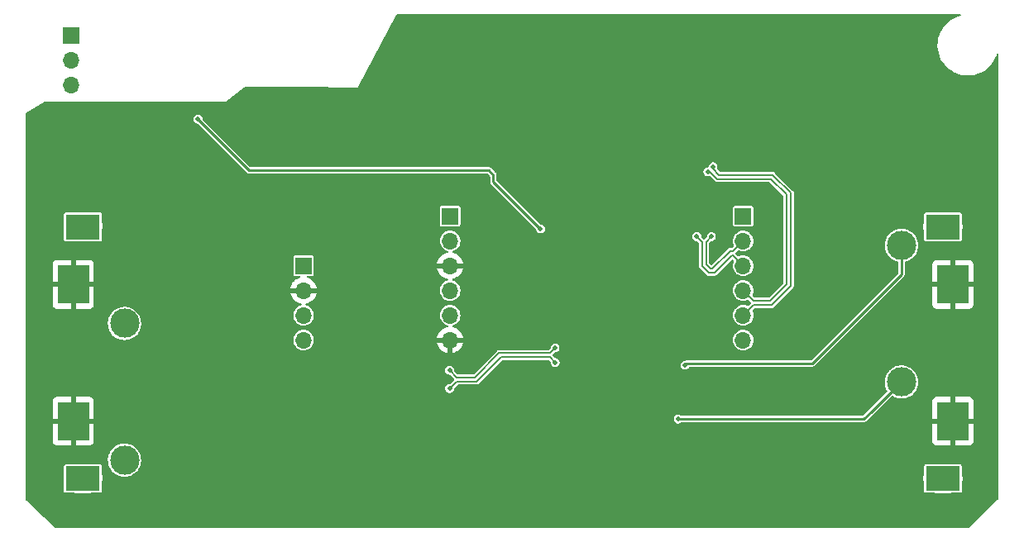
<source format=gbr>
G04 #@! TF.GenerationSoftware,KiCad,Pcbnew,6.0.2+dfsg-1*
G04 #@! TF.CreationDate,2022-08-30T21:03:38+10:00*
G04 #@! TF.ProjectId,AI.ABS.v1.single.ended.preamplifier,41492e41-4253-42e7-9631-2e73696e676c,rev?*
G04 #@! TF.SameCoordinates,Original*
G04 #@! TF.FileFunction,Copper,L4,Bot*
G04 #@! TF.FilePolarity,Positive*
%FSLAX45Y45*%
G04 Gerber Fmt 4.5, Leading zero omitted, Abs format (unit mm)*
G04 Created by KiCad (PCBNEW 6.0.2+dfsg-1) date 2022-08-30 21:03:38*
%MOMM*%
%LPD*%
G01*
G04 APERTURE LIST*
G04 #@! TA.AperFunction,ComponentPad*
%ADD10R,1.700000X1.700000*%
G04 #@! TD*
G04 #@! TA.AperFunction,ComponentPad*
%ADD11O,1.700000X1.700000*%
G04 #@! TD*
G04 #@! TA.AperFunction,WasherPad*
%ADD12R,3.500000X2.500000*%
G04 #@! TD*
G04 #@! TA.AperFunction,ComponentPad*
%ADD13C,3.000000*%
G04 #@! TD*
G04 #@! TA.AperFunction,ComponentPad*
%ADD14R,3.200000X4.000000*%
G04 #@! TD*
G04 #@! TA.AperFunction,ViaPad*
%ADD15C,0.500000*%
G04 #@! TD*
G04 #@! TA.AperFunction,Conductor*
%ADD16C,0.200000*%
G04 #@! TD*
G04 #@! TA.AperFunction,Conductor*
%ADD17C,0.250000*%
G04 #@! TD*
G04 APERTURE END LIST*
D10*
X16575000Y-12250000D03*
D11*
X16575000Y-12504000D03*
X16575000Y-12758000D03*
X16575000Y-13012000D03*
X16575000Y-13266000D03*
X16575000Y-13520000D03*
D10*
X13575000Y-12250000D03*
D11*
X13575000Y-12504000D03*
X13575000Y-12758000D03*
X13575000Y-13012000D03*
X13575000Y-13266000D03*
X13575000Y-13520000D03*
D10*
X12075000Y-12758000D03*
D11*
X12075000Y-13012000D03*
X12075000Y-13266000D03*
X12075000Y-13520000D03*
D10*
X9700000Y-10402000D03*
D11*
X9700000Y-10656000D03*
X9700000Y-10910000D03*
D12*
X9817500Y-12360000D03*
X9817500Y-14940000D03*
D13*
X10242500Y-13350000D03*
X10242500Y-14750000D03*
D14*
X9717500Y-12950000D03*
X9717500Y-14350000D03*
X18720000Y-12950000D03*
X18720000Y-14350000D03*
D13*
X18195000Y-12550000D03*
X18195000Y-13950000D03*
D12*
X18620000Y-12360000D03*
X18620000Y-14940000D03*
D15*
X11450000Y-11540000D03*
X11180000Y-11600000D03*
X10850000Y-11360000D03*
X11320000Y-11420000D03*
X11315000Y-11120000D03*
X12030000Y-10980000D03*
X10870000Y-11140000D03*
X11700000Y-11630000D03*
X11750000Y-11150000D03*
X14655000Y-13320000D03*
X15350000Y-13210000D03*
X15220000Y-13350000D03*
X14205000Y-13280000D03*
X10580000Y-11130000D03*
X15770000Y-14810000D03*
X14475000Y-14390000D03*
X15150000Y-14745000D03*
X12160000Y-15190000D03*
X11320000Y-14295000D03*
X11940000Y-14470000D03*
X11910000Y-13650000D03*
X11730000Y-13280000D03*
X11120000Y-12410000D03*
X11625000Y-12600000D03*
X12905000Y-13145000D03*
X12275000Y-14745000D03*
X12650000Y-14290000D03*
X12290000Y-13740000D03*
X12270000Y-13140000D03*
X12230000Y-14505000D03*
X12297500Y-12822500D03*
X15180000Y-12830000D03*
X15160000Y-13000000D03*
X11985000Y-12580000D03*
X11670000Y-13005000D03*
X11395000Y-13160000D03*
X9500000Y-11140000D03*
X9300000Y-11255000D03*
X9560000Y-12460000D03*
X10100000Y-12460000D03*
X9620000Y-13240000D03*
X9480000Y-12780000D03*
X9620000Y-14640000D03*
X9620000Y-13920000D03*
X9840000Y-13240000D03*
X9840000Y-13440000D03*
X9840000Y-14660000D03*
X10080000Y-14920000D03*
X9540000Y-14920000D03*
X9300000Y-15135000D03*
X18600000Y-14040000D03*
X18840000Y-14060000D03*
X18340000Y-13660000D03*
X18740000Y-13280000D03*
X19120000Y-13820000D03*
X19140000Y-13340000D03*
X18920000Y-12400000D03*
X18620000Y-12640000D03*
X18360000Y-12400000D03*
X18820000Y-12660000D03*
X12065000Y-11260000D03*
X18475000Y-10295000D03*
X19035000Y-10930000D03*
X16450000Y-13830000D03*
X15520000Y-13330000D03*
X14680000Y-14135000D03*
X15365000Y-14325000D03*
X15390000Y-13745000D03*
X15290000Y-14565000D03*
X14650000Y-14695000D03*
X13475000Y-14535000D03*
X13460000Y-14150000D03*
X13235000Y-13075000D03*
X13700000Y-13810000D03*
X14275000Y-14590000D03*
X15415000Y-14790000D03*
X14590000Y-14985000D03*
X14135000Y-15030000D03*
X19110000Y-15120000D03*
X18830000Y-15380000D03*
X16660000Y-15265000D03*
X13795000Y-15310000D03*
X12620000Y-15025000D03*
X13155000Y-14685000D03*
X13755000Y-12100000D03*
X12930000Y-12290000D03*
X12180000Y-13925000D03*
X11950000Y-13990000D03*
X10460000Y-13525000D03*
X10440000Y-14470000D03*
X10530000Y-13205000D03*
X10410000Y-11580000D03*
X10275000Y-11360000D03*
X9350000Y-12270000D03*
X9345000Y-13535000D03*
X9585000Y-15395000D03*
X12035000Y-14850000D03*
X11620000Y-15210000D03*
X12580000Y-13440000D03*
X15740000Y-12950000D03*
X15380000Y-12835000D03*
X16335000Y-13600000D03*
X15930000Y-12795000D03*
X14480000Y-13000000D03*
X13800000Y-14305000D03*
X13965000Y-12725000D03*
X12335000Y-14210000D03*
X12875000Y-13820000D03*
X10745000Y-12290000D03*
X17935000Y-11240000D03*
X17145000Y-14115000D03*
X18305000Y-12995000D03*
X17955000Y-12875000D03*
X17770000Y-14630000D03*
X10880000Y-14925000D03*
X10880000Y-13720000D03*
X9710000Y-11635000D03*
X12730000Y-10900000D03*
X15790000Y-11520000D03*
X12160000Y-11600000D03*
X16060000Y-10740000D03*
X16270000Y-11270000D03*
X16050000Y-11090000D03*
X16040000Y-10910000D03*
X16260000Y-12080000D03*
X16030000Y-11930000D03*
X16360000Y-11940000D03*
X16390000Y-11770000D03*
X16530000Y-11770000D03*
X16540000Y-11960000D03*
X16790000Y-12530000D03*
X16750000Y-12740000D03*
X17160000Y-12360000D03*
X16920000Y-12210000D03*
X16030000Y-12150000D03*
X15940000Y-12470000D03*
X16420000Y-13050000D03*
X16430000Y-13240000D03*
X16300000Y-13230000D03*
X16280000Y-12950000D03*
X16080000Y-12940000D03*
X16140000Y-13230000D03*
X16130000Y-13680000D03*
X16130000Y-13850000D03*
X16130000Y-14260000D03*
X16140000Y-14400000D03*
X16140000Y-14120000D03*
X16310000Y-14250000D03*
X16300000Y-14410000D03*
X16140000Y-14590000D03*
X17220000Y-13620000D03*
X17760000Y-14220000D03*
X17840000Y-14430000D03*
X17360000Y-13880000D03*
X14280000Y-11950000D03*
X14100000Y-12110000D03*
X14040000Y-11680000D03*
X13960000Y-11880000D03*
X11770000Y-11900000D03*
X12950000Y-11900000D03*
X13510000Y-11890000D03*
X12680000Y-12210000D03*
X11480000Y-11900000D03*
X11560000Y-11680000D03*
X13100000Y-10260000D03*
X14470000Y-10990000D03*
X14680000Y-10830000D03*
X15180000Y-10520000D03*
X15390000Y-11000000D03*
X15150000Y-10930000D03*
X13710000Y-10700000D03*
X14160000Y-11070000D03*
X14190000Y-11270000D03*
X13130000Y-11050000D03*
X13150000Y-11270000D03*
X14780000Y-11540000D03*
X14840000Y-11240000D03*
X15250000Y-11330000D03*
X15400000Y-12020000D03*
X15210000Y-11800000D03*
X14680000Y-11790000D03*
X14510000Y-11980000D03*
X14740000Y-12220000D03*
X14290000Y-12500000D03*
X14820000Y-12510000D03*
X15390000Y-12470000D03*
X15940000Y-13450000D03*
X14480000Y-12730000D03*
X14280000Y-12710000D03*
X15180000Y-14260000D03*
X15630000Y-15070000D03*
X12720000Y-12810000D03*
X16310000Y-10830000D03*
X16430000Y-10690000D03*
X14280000Y-12300000D03*
X13130000Y-12110000D03*
X13400000Y-12250000D03*
X13250000Y-12700000D03*
X13040000Y-12580000D03*
X10120000Y-13560000D03*
X10110000Y-13120000D03*
X14320000Y-12100000D03*
X14440000Y-12520000D03*
X14280000Y-13560000D03*
X14460000Y-13560000D03*
X14460000Y-13790000D03*
X14280000Y-13790000D03*
X14460000Y-13290000D03*
X14950000Y-13780000D03*
X15060000Y-13900000D03*
X15010000Y-13520000D03*
X13710000Y-14030000D03*
X14040000Y-13550000D03*
X14000000Y-13940000D03*
X16270000Y-12630000D03*
X16080000Y-12610000D03*
X16410000Y-12410000D03*
X14460000Y-12230000D03*
X16250000Y-12460000D03*
X16100000Y-12460000D03*
X16213483Y-11796517D03*
X16266517Y-11743483D03*
X13570000Y-14017500D03*
X14651250Y-13750000D03*
X13570000Y-13830000D03*
X14650000Y-13600000D03*
X15980000Y-13778750D03*
X15910000Y-14330000D03*
X10995500Y-11257500D03*
X14500000Y-12380000D03*
D16*
X16470500Y-12608500D02*
X16439680Y-12608500D01*
X16575000Y-12504000D02*
X16470500Y-12608500D01*
X16439680Y-12608500D02*
X16260680Y-12787500D01*
X16260680Y-12787500D02*
X16239320Y-12787500D01*
X16197500Y-12512500D02*
X16250000Y-12460000D01*
X16197500Y-12745680D02*
X16197500Y-12512500D01*
X16239320Y-12787500D02*
X16197500Y-12745680D01*
X16470500Y-12653500D02*
X16458320Y-12653500D01*
X16575000Y-12758000D02*
X16470500Y-12653500D01*
X16458320Y-12653500D02*
X16279320Y-12832500D01*
X16279320Y-12832500D02*
X16220680Y-12832500D01*
X16152500Y-12512500D02*
X16100000Y-12460000D01*
X16220680Y-12832500D02*
X16152500Y-12764320D01*
X16152500Y-12764320D02*
X16152500Y-12512500D01*
X16679500Y-13116500D02*
X16851680Y-13116500D01*
X16575000Y-13012000D02*
X16679500Y-13116500D01*
X16851680Y-13116500D02*
X17017500Y-12950680D01*
X17017500Y-12950680D02*
X17017500Y-12029320D01*
X17017500Y-12029320D02*
X16860680Y-11872500D01*
X16234697Y-11796517D02*
X16213483Y-11796517D01*
X16310680Y-11872500D02*
X16234697Y-11796517D01*
X16860680Y-11872500D02*
X16310680Y-11872500D01*
X16679500Y-13161500D02*
X16870320Y-13161500D01*
X16575000Y-13266000D02*
X16679500Y-13161500D01*
X16870320Y-13161500D02*
X17062500Y-12969320D01*
X17062500Y-12969320D02*
X17062500Y-12010680D01*
X17062500Y-12010680D02*
X16879320Y-11827500D01*
X16266517Y-11764697D02*
X16266517Y-11743483D01*
X16329320Y-11827500D02*
X16266517Y-11764697D01*
X16879320Y-11827500D02*
X16329320Y-11827500D01*
X13641250Y-13946250D02*
X13570000Y-14017500D01*
X13641250Y-13946250D02*
X13845570Y-13946250D01*
X14598125Y-13696875D02*
X14651250Y-13750000D01*
X14094945Y-13696875D02*
X14598125Y-13696875D01*
X13845570Y-13946250D02*
X14094945Y-13696875D01*
X13641250Y-13901250D02*
X13570000Y-13830000D01*
X13641250Y-13901250D02*
X13826930Y-13901250D01*
X14598125Y-13651875D02*
X14650000Y-13600000D01*
X14076305Y-13651875D02*
X14598125Y-13651875D01*
X13826930Y-13901250D02*
X14076305Y-13651875D01*
D17*
X18195000Y-12550000D02*
X18195000Y-12845000D01*
X18195000Y-12845000D02*
X17280000Y-13760000D01*
X15998750Y-13760000D02*
X15980000Y-13778750D01*
X17280000Y-13760000D02*
X15998750Y-13760000D01*
X17890000Y-14250000D02*
X18195000Y-13950000D01*
X17810000Y-14330000D02*
X17890000Y-14250000D01*
X15910000Y-14330000D02*
X17810000Y-14330000D01*
X13150000Y-11780000D02*
X11518000Y-11780000D01*
X11518000Y-11780000D02*
X10995500Y-11257500D01*
X13150000Y-11780000D02*
X13390000Y-11780000D01*
X13970000Y-11780000D02*
X13150000Y-11780000D01*
X14017500Y-11897500D02*
X14017500Y-11827500D01*
X14017500Y-11827500D02*
X13970000Y-11780000D01*
X14500000Y-12380000D02*
X14017500Y-11897500D01*
G04 #@! TA.AperFunction,Conductor*
G36*
X18801322Y-10181891D02*
G01*
X18804918Y-10186841D01*
X18804918Y-10192959D01*
X18801322Y-10197909D01*
X18798273Y-10199405D01*
X18771603Y-10207178D01*
X18771603Y-10207178D01*
X18771334Y-10207257D01*
X18738861Y-10220874D01*
X18738615Y-10221011D01*
X18738615Y-10221012D01*
X18735293Y-10222872D01*
X18708138Y-10238079D01*
X18679561Y-10258652D01*
X18653495Y-10282328D01*
X18630278Y-10308802D01*
X18610207Y-10337735D01*
X18593540Y-10368753D01*
X18593436Y-10369014D01*
X18593436Y-10369014D01*
X18583881Y-10392963D01*
X18580492Y-10401459D01*
X18580418Y-10401729D01*
X18580418Y-10401729D01*
X18571765Y-10433468D01*
X18571230Y-10435432D01*
X18571187Y-10435708D01*
X18571187Y-10435708D01*
X18566440Y-10466551D01*
X18565873Y-10470235D01*
X18565862Y-10470514D01*
X18565862Y-10470514D01*
X18564616Y-10502237D01*
X18564491Y-10505420D01*
X18564512Y-10505700D01*
X18567080Y-10540257D01*
X18567080Y-10540258D01*
X18567100Y-10540536D01*
X18573668Y-10575130D01*
X18584110Y-10608759D01*
X18598292Y-10640990D01*
X18598433Y-10641232D01*
X18598434Y-10641232D01*
X18608765Y-10658947D01*
X18616031Y-10671408D01*
X18637100Y-10699622D01*
X18661227Y-10725270D01*
X18688102Y-10748021D01*
X18717381Y-10767585D01*
X18717629Y-10767713D01*
X18717630Y-10767713D01*
X18739523Y-10778989D01*
X18748685Y-10783708D01*
X18748948Y-10783807D01*
X18748949Y-10783807D01*
X18781351Y-10796083D01*
X18781352Y-10796084D01*
X18781614Y-10796183D01*
X18815743Y-10804851D01*
X18850634Y-10809599D01*
X18850870Y-10809609D01*
X18850870Y-10809609D01*
X18862013Y-10810046D01*
X18862015Y-10810046D01*
X18862108Y-10810050D01*
X18883920Y-10810050D01*
X18903422Y-10808943D01*
X18909876Y-10808576D01*
X18909876Y-10808576D01*
X18910156Y-10808560D01*
X18910432Y-10808513D01*
X18910433Y-10808513D01*
X18944583Y-10802645D01*
X18944584Y-10802645D01*
X18944860Y-10802597D01*
X18945129Y-10802519D01*
X18945129Y-10802519D01*
X18978397Y-10792822D01*
X18978397Y-10792822D01*
X18978666Y-10792743D01*
X19011139Y-10779126D01*
X19041862Y-10761921D01*
X19070440Y-10741348D01*
X19096505Y-10717672D01*
X19097228Y-10716847D01*
X19119537Y-10691409D01*
X19119537Y-10691409D01*
X19119722Y-10691198D01*
X19139793Y-10662265D01*
X19156460Y-10631247D01*
X19165432Y-10608759D01*
X19169404Y-10598801D01*
X19169508Y-10598541D01*
X19170443Y-10595112D01*
X19173798Y-10589995D01*
X19179520Y-10587827D01*
X19185423Y-10589437D01*
X19189252Y-10594209D01*
X19189894Y-10597727D01*
X19185908Y-14285101D01*
X19185004Y-15121599D01*
X19184752Y-15123807D01*
X19184486Y-15124964D01*
X19184732Y-15126052D01*
X19184730Y-15126976D01*
X19184833Y-15128184D01*
X19183605Y-15151624D01*
X19181412Y-15157336D01*
X19180497Y-15158321D01*
X18878574Y-15441946D01*
X18873038Y-15444552D01*
X18872314Y-15444617D01*
X18868236Y-15444830D01*
X18867167Y-15444737D01*
X18866122Y-15444736D01*
X18865036Y-15444486D01*
X18863949Y-15444732D01*
X18863948Y-15444732D01*
X18863842Y-15444756D01*
X18861657Y-15445000D01*
X9553396Y-15445000D01*
X9551177Y-15444748D01*
X9550036Y-15444486D01*
X9548948Y-15444732D01*
X9548024Y-15444730D01*
X9546816Y-15444833D01*
X9542686Y-15444617D01*
X9542515Y-15444608D01*
X9536802Y-15442415D01*
X9536322Y-15442000D01*
X9419761Y-15334545D01*
X9234871Y-15164100D01*
X9231874Y-15158766D01*
X9231695Y-15157339D01*
X9230171Y-15128261D01*
X9230354Y-15126178D01*
X9230323Y-15126175D01*
X9230388Y-15125618D01*
X9230514Y-15125072D01*
X9230514Y-15125000D01*
X9230248Y-15123832D01*
X9230000Y-15121630D01*
X9230000Y-14950503D01*
X9617303Y-14950503D01*
X9621035Y-14974893D01*
X9621161Y-14975280D01*
X9621960Y-14977724D01*
X9622450Y-14980800D01*
X9622450Y-15066975D01*
X9623613Y-15072823D01*
X9628045Y-15079455D01*
X9634677Y-15083887D01*
X9635633Y-15084077D01*
X9635633Y-15084077D01*
X9637901Y-15084528D01*
X9640525Y-15085050D01*
X9727673Y-15085050D01*
X9730318Y-15085410D01*
X9738895Y-15087789D01*
X9738895Y-15087789D01*
X9739287Y-15087897D01*
X9739692Y-15087941D01*
X9739692Y-15087941D01*
X9747005Y-15088722D01*
X9759429Y-15090050D01*
X9873755Y-15090050D01*
X9873958Y-15090033D01*
X9873959Y-15090033D01*
X9891686Y-15088576D01*
X9891687Y-15088576D01*
X9892091Y-15088542D01*
X9892485Y-15088444D01*
X9892485Y-15088444D01*
X9904808Y-15085348D01*
X9907220Y-15085050D01*
X9994475Y-15085050D01*
X9997100Y-15084528D01*
X9999367Y-15084077D01*
X9999367Y-15084077D01*
X10000323Y-15083887D01*
X10006955Y-15079455D01*
X10011387Y-15072823D01*
X10012550Y-15066975D01*
X10012550Y-14981581D01*
X10012878Y-14979053D01*
X10012934Y-14978843D01*
X10013069Y-14978461D01*
X10017396Y-14954169D01*
X10017441Y-14950503D01*
X18419803Y-14950503D01*
X18423535Y-14974893D01*
X18423661Y-14975280D01*
X18424460Y-14977724D01*
X18424950Y-14980800D01*
X18424950Y-15066975D01*
X18426113Y-15072823D01*
X18430545Y-15079455D01*
X18437177Y-15083887D01*
X18438133Y-15084077D01*
X18438133Y-15084077D01*
X18440401Y-15084528D01*
X18443025Y-15085050D01*
X18530173Y-15085050D01*
X18532818Y-15085410D01*
X18541395Y-15087789D01*
X18541395Y-15087789D01*
X18541787Y-15087897D01*
X18542192Y-15087941D01*
X18542192Y-15087941D01*
X18549505Y-15088722D01*
X18561929Y-15090050D01*
X18676255Y-15090050D01*
X18676458Y-15090033D01*
X18676459Y-15090033D01*
X18694186Y-15088576D01*
X18694187Y-15088576D01*
X18694591Y-15088542D01*
X18694985Y-15088444D01*
X18694985Y-15088444D01*
X18707308Y-15085348D01*
X18709720Y-15085050D01*
X18796975Y-15085050D01*
X18799600Y-15084528D01*
X18801867Y-15084077D01*
X18801867Y-15084077D01*
X18802823Y-15083887D01*
X18809455Y-15079455D01*
X18813887Y-15072823D01*
X18815050Y-15066975D01*
X18815050Y-14981581D01*
X18815378Y-14979053D01*
X18815434Y-14978843D01*
X18815569Y-14978461D01*
X18819896Y-14954169D01*
X18820198Y-14929497D01*
X18816465Y-14905107D01*
X18815540Y-14902276D01*
X18815050Y-14899200D01*
X18815050Y-14813025D01*
X18813887Y-14807177D01*
X18809455Y-14800545D01*
X18802823Y-14796113D01*
X18801867Y-14795923D01*
X18801867Y-14795923D01*
X18799600Y-14795472D01*
X18796975Y-14794950D01*
X18709827Y-14794950D01*
X18707182Y-14794590D01*
X18698605Y-14792211D01*
X18698605Y-14792211D01*
X18698213Y-14792103D01*
X18697808Y-14792059D01*
X18697808Y-14792059D01*
X18690495Y-14791278D01*
X18678071Y-14789950D01*
X18563745Y-14789950D01*
X18563542Y-14789967D01*
X18563541Y-14789967D01*
X18545814Y-14791424D01*
X18545813Y-14791424D01*
X18545409Y-14791457D01*
X18545016Y-14791556D01*
X18545015Y-14791556D01*
X18532692Y-14794652D01*
X18530280Y-14794950D01*
X18443025Y-14794950D01*
X18440401Y-14795472D01*
X18438133Y-14795923D01*
X18438133Y-14795923D01*
X18437177Y-14796113D01*
X18430545Y-14800545D01*
X18426113Y-14807177D01*
X18424950Y-14813025D01*
X18424950Y-14898419D01*
X18424622Y-14900947D01*
X18424566Y-14901157D01*
X18424431Y-14901539D01*
X18420104Y-14925831D01*
X18419803Y-14950503D01*
X10017441Y-14950503D01*
X10017698Y-14929497D01*
X10013965Y-14905107D01*
X10013040Y-14902276D01*
X10012550Y-14899200D01*
X10012550Y-14813025D01*
X10011387Y-14807177D01*
X10006955Y-14800545D01*
X10000323Y-14796113D01*
X9999367Y-14795923D01*
X9999367Y-14795923D01*
X9997100Y-14795472D01*
X9994475Y-14794950D01*
X9907327Y-14794950D01*
X9904682Y-14794590D01*
X9896105Y-14792211D01*
X9896105Y-14792211D01*
X9895713Y-14792103D01*
X9895308Y-14792059D01*
X9895308Y-14792059D01*
X9887995Y-14791278D01*
X9875571Y-14789950D01*
X9761245Y-14789950D01*
X9761042Y-14789967D01*
X9761041Y-14789967D01*
X9743314Y-14791424D01*
X9743313Y-14791424D01*
X9742909Y-14791457D01*
X9742516Y-14791556D01*
X9742515Y-14791556D01*
X9730192Y-14794652D01*
X9727780Y-14794950D01*
X9640525Y-14794950D01*
X9637901Y-14795472D01*
X9635633Y-14795923D01*
X9635633Y-14795923D01*
X9634677Y-14796113D01*
X9628045Y-14800545D01*
X9623613Y-14807177D01*
X9622450Y-14813025D01*
X9622450Y-14898419D01*
X9622122Y-14900947D01*
X9622066Y-14901157D01*
X9621931Y-14901539D01*
X9617604Y-14925831D01*
X9617303Y-14950503D01*
X9230000Y-14950503D01*
X9230000Y-14745536D01*
X10072032Y-14745536D01*
X10073244Y-14770782D01*
X10078175Y-14795571D01*
X10078299Y-14795917D01*
X10078299Y-14795917D01*
X10080252Y-14801356D01*
X10086716Y-14819359D01*
X10098679Y-14841624D01*
X10113802Y-14861876D01*
X10131752Y-14879670D01*
X10132048Y-14879887D01*
X10132048Y-14879887D01*
X10142733Y-14887721D01*
X10152135Y-14894615D01*
X10174503Y-14906383D01*
X10174850Y-14906504D01*
X10174850Y-14906505D01*
X10183090Y-14909382D01*
X10198364Y-14914716D01*
X10223196Y-14919431D01*
X10236941Y-14919971D01*
X10248084Y-14920408D01*
X10248085Y-14920408D01*
X10248451Y-14920423D01*
X10273576Y-14917671D01*
X10285797Y-14914454D01*
X10297664Y-14911330D01*
X10297664Y-14911329D01*
X10298018Y-14911236D01*
X10321241Y-14901259D01*
X10325831Y-14898419D01*
X10342421Y-14888153D01*
X10342421Y-14888152D01*
X10342733Y-14887959D01*
X10362024Y-14871628D01*
X10370835Y-14861581D01*
X10378446Y-14852902D01*
X10378447Y-14852902D01*
X10378689Y-14852626D01*
X10392362Y-14831368D01*
X10397626Y-14819683D01*
X10402592Y-14808659D01*
X10402743Y-14808324D01*
X10404937Y-14800545D01*
X10407920Y-14789967D01*
X10409603Y-14783998D01*
X10412793Y-14758925D01*
X10413027Y-14750000D01*
X10413008Y-14749753D01*
X10413008Y-14749752D01*
X10411181Y-14725160D01*
X10411181Y-14725159D01*
X10411154Y-14724794D01*
X10405576Y-14700143D01*
X10396415Y-14676586D01*
X10383873Y-14654643D01*
X10368226Y-14634794D01*
X10367958Y-14634542D01*
X10367958Y-14634542D01*
X10350083Y-14617727D01*
X10349816Y-14617476D01*
X10329049Y-14603069D01*
X10324389Y-14600771D01*
X10306711Y-14592053D01*
X10306710Y-14592053D01*
X10306381Y-14591890D01*
X10306030Y-14591778D01*
X10306030Y-14591778D01*
X10290209Y-14586714D01*
X10282309Y-14584185D01*
X10281947Y-14584126D01*
X10281947Y-14584126D01*
X10257724Y-14580181D01*
X10257724Y-14580181D01*
X10257362Y-14580122D01*
X10256996Y-14580117D01*
X10256996Y-14580117D01*
X10244726Y-14579957D01*
X10232090Y-14579791D01*
X10231727Y-14579841D01*
X10231726Y-14579841D01*
X10215770Y-14582012D01*
X10207046Y-14583200D01*
X10182780Y-14590272D01*
X10159827Y-14600854D01*
X10138690Y-14614712D01*
X10119833Y-14631542D01*
X10119599Y-14631824D01*
X10119599Y-14631824D01*
X10103907Y-14650692D01*
X10103672Y-14650975D01*
X10090560Y-14672582D01*
X10080785Y-14695891D01*
X10074564Y-14720388D01*
X10072032Y-14745536D01*
X9230000Y-14745536D01*
X9230000Y-14554541D01*
X9506700Y-14554541D01*
X9506729Y-14555075D01*
X9507308Y-14560403D01*
X9507593Y-14561602D01*
X9512235Y-14573985D01*
X9512906Y-14575211D01*
X9520786Y-14585726D01*
X9521774Y-14586714D01*
X9532289Y-14594594D01*
X9533515Y-14595265D01*
X9545898Y-14599907D01*
X9547097Y-14600192D01*
X9552425Y-14600771D01*
X9552959Y-14600800D01*
X9690532Y-14600800D01*
X9691801Y-14600388D01*
X9692100Y-14599976D01*
X9692100Y-14599232D01*
X9742900Y-14599232D01*
X9743312Y-14600500D01*
X9743724Y-14600800D01*
X9882041Y-14600800D01*
X9882575Y-14600771D01*
X9887904Y-14600192D01*
X9889102Y-14599907D01*
X9901486Y-14595265D01*
X9902711Y-14594594D01*
X9913226Y-14586714D01*
X9914214Y-14585726D01*
X9922094Y-14575211D01*
X9922765Y-14573985D01*
X9927407Y-14561602D01*
X9927692Y-14560403D01*
X9928271Y-14555075D01*
X9928300Y-14554541D01*
X9928300Y-14554541D01*
X18509200Y-14554541D01*
X18509229Y-14555075D01*
X18509808Y-14560403D01*
X18510093Y-14561602D01*
X18514735Y-14573985D01*
X18515406Y-14575211D01*
X18523286Y-14585726D01*
X18524274Y-14586714D01*
X18534789Y-14594594D01*
X18536015Y-14595265D01*
X18548398Y-14599907D01*
X18549597Y-14600192D01*
X18554925Y-14600771D01*
X18555459Y-14600800D01*
X18693032Y-14600800D01*
X18694301Y-14600388D01*
X18694600Y-14599976D01*
X18694600Y-14599232D01*
X18745400Y-14599232D01*
X18745812Y-14600500D01*
X18746224Y-14600800D01*
X18884541Y-14600800D01*
X18885075Y-14600771D01*
X18890404Y-14600192D01*
X18891602Y-14599907D01*
X18903986Y-14595265D01*
X18905211Y-14594594D01*
X18915726Y-14586714D01*
X18916714Y-14585726D01*
X18924594Y-14575211D01*
X18925265Y-14573985D01*
X18929907Y-14561602D01*
X18930192Y-14560403D01*
X18930771Y-14555075D01*
X18930800Y-14554541D01*
X18930800Y-14376968D01*
X18930388Y-14375699D01*
X18929976Y-14375400D01*
X18746968Y-14375400D01*
X18745700Y-14375812D01*
X18745400Y-14376224D01*
X18745400Y-14599232D01*
X18694600Y-14599232D01*
X18694600Y-14376968D01*
X18694188Y-14375699D01*
X18693776Y-14375400D01*
X18510768Y-14375400D01*
X18509500Y-14375812D01*
X18509200Y-14376224D01*
X18509200Y-14554541D01*
X9928300Y-14554541D01*
X9928300Y-14376968D01*
X9927888Y-14375699D01*
X9927476Y-14375400D01*
X9744468Y-14375400D01*
X9743200Y-14375812D01*
X9742900Y-14376224D01*
X9742900Y-14599232D01*
X9692100Y-14599232D01*
X9692100Y-14376968D01*
X9691688Y-14375699D01*
X9691276Y-14375400D01*
X9508268Y-14375400D01*
X9507000Y-14375812D01*
X9506700Y-14376224D01*
X9506700Y-14554541D01*
X9230000Y-14554541D01*
X9230000Y-14329444D01*
X15864490Y-14329444D01*
X15866163Y-14342239D01*
X15871360Y-14354051D01*
X15872791Y-14355752D01*
X15879210Y-14363389D01*
X15879210Y-14363389D01*
X15879664Y-14363929D01*
X15890406Y-14371080D01*
X15891079Y-14371290D01*
X15891079Y-14371290D01*
X15896565Y-14373004D01*
X15902723Y-14374928D01*
X15909174Y-14375046D01*
X15914920Y-14375151D01*
X15914920Y-14375151D01*
X15915625Y-14375164D01*
X15916306Y-14374979D01*
X15916306Y-14374979D01*
X15920483Y-14373840D01*
X15928075Y-14371770D01*
X15939072Y-14365018D01*
X15939297Y-14364770D01*
X15944823Y-14362571D01*
X15945462Y-14362550D01*
X17808147Y-14362550D01*
X17809010Y-14362588D01*
X17812881Y-14362926D01*
X17816635Y-14361920D01*
X17817478Y-14361733D01*
X17820452Y-14361209D01*
X17820452Y-14361209D01*
X17821305Y-14361059D01*
X17822054Y-14360626D01*
X17822603Y-14360426D01*
X17823132Y-14360180D01*
X17823968Y-14359955D01*
X17827151Y-14357727D01*
X17827880Y-14357263D01*
X17831246Y-14355319D01*
X17833743Y-14352343D01*
X17834327Y-14351706D01*
X17863001Y-14323032D01*
X18509200Y-14323032D01*
X18509612Y-14324300D01*
X18510024Y-14324600D01*
X18693032Y-14324600D01*
X18694301Y-14324188D01*
X18694600Y-14323776D01*
X18694600Y-14323032D01*
X18745400Y-14323032D01*
X18745812Y-14324300D01*
X18746224Y-14324600D01*
X18929232Y-14324600D01*
X18930500Y-14324188D01*
X18930800Y-14323776D01*
X18930800Y-14145459D01*
X18930771Y-14144925D01*
X18930192Y-14139596D01*
X18929907Y-14138398D01*
X18925265Y-14126014D01*
X18924594Y-14124789D01*
X18916714Y-14114274D01*
X18915726Y-14113286D01*
X18905211Y-14105406D01*
X18903986Y-14104735D01*
X18891602Y-14100093D01*
X18890403Y-14099808D01*
X18885075Y-14099229D01*
X18884541Y-14099200D01*
X18746968Y-14099200D01*
X18745700Y-14099612D01*
X18745400Y-14100024D01*
X18745400Y-14323032D01*
X18694600Y-14323032D01*
X18694600Y-14100768D01*
X18694188Y-14099500D01*
X18693776Y-14099200D01*
X18555459Y-14099200D01*
X18554925Y-14099229D01*
X18549597Y-14099808D01*
X18548398Y-14100093D01*
X18536015Y-14104735D01*
X18534789Y-14105406D01*
X18524274Y-14113286D01*
X18523286Y-14114274D01*
X18515406Y-14124789D01*
X18514735Y-14126014D01*
X18510093Y-14138398D01*
X18509808Y-14139597D01*
X18509229Y-14144925D01*
X18509200Y-14145459D01*
X18509200Y-14323032D01*
X17863001Y-14323032D01*
X17912891Y-14273142D01*
X17912949Y-14273084D01*
X18092825Y-14096157D01*
X18098299Y-14093424D01*
X18104334Y-14094432D01*
X18104562Y-14094561D01*
X18104635Y-14094615D01*
X18127003Y-14106383D01*
X18127350Y-14106504D01*
X18127350Y-14106505D01*
X18135590Y-14109382D01*
X18150864Y-14114716D01*
X18175696Y-14119431D01*
X18189441Y-14119971D01*
X18200584Y-14120408D01*
X18200585Y-14120408D01*
X18200951Y-14120423D01*
X18226076Y-14117671D01*
X18242732Y-14113286D01*
X18250164Y-14111330D01*
X18250164Y-14111329D01*
X18250518Y-14111236D01*
X18273741Y-14101259D01*
X18274053Y-14101066D01*
X18294921Y-14088153D01*
X18294921Y-14088152D01*
X18295233Y-14087959D01*
X18314524Y-14071628D01*
X18325685Y-14058901D01*
X18330946Y-14052902D01*
X18330947Y-14052902D01*
X18331189Y-14052626D01*
X18331595Y-14051995D01*
X18337820Y-14042316D01*
X18344862Y-14031368D01*
X18345911Y-14029040D01*
X18355092Y-14008659D01*
X18355243Y-14008324D01*
X18362103Y-13983998D01*
X18365293Y-13958925D01*
X18365527Y-13950000D01*
X18365508Y-13949753D01*
X18365508Y-13949752D01*
X18363681Y-13925160D01*
X18363681Y-13925159D01*
X18363654Y-13924794D01*
X18358076Y-13900143D01*
X18356290Y-13895552D01*
X18349048Y-13876928D01*
X18349048Y-13876928D01*
X18348915Y-13876586D01*
X18336373Y-13854643D01*
X18320726Y-13834794D01*
X18320458Y-13834542D01*
X18320458Y-13834542D01*
X18308685Y-13823467D01*
X18302316Y-13817476D01*
X18281549Y-13803069D01*
X18281219Y-13802907D01*
X18259211Y-13792053D01*
X18259210Y-13792053D01*
X18258881Y-13791890D01*
X18258530Y-13791778D01*
X18258530Y-13791778D01*
X18244011Y-13787130D01*
X18234809Y-13784185D01*
X18234447Y-13784126D01*
X18234447Y-13784126D01*
X18210224Y-13780181D01*
X18210224Y-13780181D01*
X18209862Y-13780122D01*
X18209496Y-13780117D01*
X18209496Y-13780117D01*
X18197226Y-13779957D01*
X18184590Y-13779791D01*
X18184227Y-13779841D01*
X18184226Y-13779841D01*
X18170520Y-13781706D01*
X18159546Y-13783200D01*
X18135280Y-13790272D01*
X18112327Y-13800854D01*
X18096579Y-13811178D01*
X18092067Y-13814137D01*
X18091190Y-13814712D01*
X18090917Y-13814956D01*
X18090917Y-13814956D01*
X18075465Y-13828747D01*
X18072333Y-13831542D01*
X18072099Y-13831824D01*
X18072099Y-13831824D01*
X18068766Y-13835831D01*
X18056172Y-13850975D01*
X18043060Y-13872582D01*
X18033285Y-13895891D01*
X18033195Y-13896247D01*
X18033195Y-13896247D01*
X18027295Y-13919477D01*
X18027064Y-13920388D01*
X18024532Y-13945536D01*
X18025744Y-13970782D01*
X18028444Y-13984352D01*
X18030194Y-13993150D01*
X18030675Y-13995571D01*
X18030799Y-13995917D01*
X18030799Y-13995917D01*
X18038548Y-14017500D01*
X18039216Y-14019359D01*
X18045835Y-14031678D01*
X18049136Y-14037821D01*
X18050225Y-14043842D01*
X18047358Y-14049565D01*
X17869152Y-14224849D01*
X17869092Y-14224904D01*
X17868997Y-14224970D01*
X17867112Y-14226855D01*
X17867054Y-14226913D01*
X17865145Y-14228791D01*
X17865077Y-14228885D01*
X17865021Y-14228947D01*
X17799417Y-14294550D01*
X17793965Y-14297328D01*
X17792417Y-14297450D01*
X15945481Y-14297450D01*
X15939951Y-14295653D01*
X15939919Y-14295703D01*
X15939734Y-14295582D01*
X15929091Y-14288684D01*
X15928415Y-14288482D01*
X15928415Y-14288482D01*
X15924133Y-14287202D01*
X15916727Y-14284987D01*
X15909064Y-14284940D01*
X15904528Y-14284912D01*
X15903823Y-14284908D01*
X15903145Y-14285101D01*
X15903145Y-14285101D01*
X15892093Y-14288260D01*
X15892093Y-14288260D01*
X15891415Y-14288454D01*
X15880502Y-14295340D01*
X15871960Y-14305012D01*
X15866475Y-14316693D01*
X15864490Y-14329444D01*
X9230000Y-14329444D01*
X9230000Y-14323032D01*
X9506700Y-14323032D01*
X9507112Y-14324300D01*
X9507524Y-14324600D01*
X9690532Y-14324600D01*
X9691801Y-14324188D01*
X9692100Y-14323776D01*
X9692100Y-14323032D01*
X9742900Y-14323032D01*
X9743312Y-14324300D01*
X9743724Y-14324600D01*
X9926732Y-14324600D01*
X9928000Y-14324188D01*
X9928300Y-14323776D01*
X9928300Y-14145459D01*
X9928271Y-14144925D01*
X9927692Y-14139596D01*
X9927407Y-14138398D01*
X9922765Y-14126014D01*
X9922094Y-14124789D01*
X9914214Y-14114274D01*
X9913226Y-14113286D01*
X9902711Y-14105406D01*
X9901486Y-14104735D01*
X9889102Y-14100093D01*
X9887903Y-14099808D01*
X9882575Y-14099229D01*
X9882041Y-14099200D01*
X9744468Y-14099200D01*
X9743200Y-14099612D01*
X9742900Y-14100024D01*
X9742900Y-14323032D01*
X9692100Y-14323032D01*
X9692100Y-14100768D01*
X9691688Y-14099500D01*
X9691276Y-14099200D01*
X9552959Y-14099200D01*
X9552425Y-14099229D01*
X9547097Y-14099808D01*
X9545898Y-14100093D01*
X9533515Y-14104735D01*
X9532289Y-14105406D01*
X9521774Y-14113286D01*
X9520786Y-14114274D01*
X9512906Y-14124789D01*
X9512235Y-14126014D01*
X9507593Y-14138398D01*
X9507308Y-14139597D01*
X9506729Y-14144925D01*
X9506700Y-14145459D01*
X9506700Y-14323032D01*
X9230000Y-14323032D01*
X9230000Y-14016944D01*
X13524490Y-14016944D01*
X13524582Y-14017644D01*
X13524582Y-14017644D01*
X13524708Y-14018612D01*
X13526163Y-14029739D01*
X13526447Y-14030384D01*
X13526447Y-14030385D01*
X13527146Y-14031972D01*
X13531360Y-14041551D01*
X13533449Y-14044035D01*
X13539210Y-14050889D01*
X13539210Y-14050889D01*
X13539664Y-14051429D01*
X13550406Y-14058580D01*
X13551079Y-14058790D01*
X13551079Y-14058790D01*
X13556565Y-14060504D01*
X13562723Y-14062428D01*
X13569174Y-14062546D01*
X13574920Y-14062651D01*
X13574920Y-14062651D01*
X13575625Y-14062664D01*
X13576306Y-14062479D01*
X13576306Y-14062479D01*
X13580483Y-14061340D01*
X13588075Y-14059270D01*
X13599072Y-14052518D01*
X13607732Y-14042951D01*
X13613359Y-14031337D01*
X13615319Y-14019683D01*
X13615436Y-14018989D01*
X13615436Y-14018989D01*
X13615500Y-14018612D01*
X13615504Y-14018230D01*
X13615539Y-14017848D01*
X13615708Y-14017864D01*
X13617465Y-14012678D01*
X13618400Y-14011597D01*
X13650797Y-13979200D01*
X13656249Y-13976422D01*
X13657798Y-13976300D01*
X13840219Y-13976300D01*
X13840632Y-13976330D01*
X13841104Y-13976492D01*
X13846046Y-13976307D01*
X13846417Y-13976300D01*
X13848365Y-13976300D01*
X13848808Y-13976217D01*
X13849327Y-13976184D01*
X13850930Y-13976124D01*
X13851377Y-13976107D01*
X13852291Y-13976073D01*
X13853130Y-13975712D01*
X13853130Y-13975712D01*
X13853348Y-13975618D01*
X13855443Y-13974982D01*
X13856575Y-13974771D01*
X13858843Y-13973373D01*
X13860130Y-13972705D01*
X13860370Y-13972601D01*
X13861039Y-13972314D01*
X13861934Y-13971929D01*
X13861934Y-13971929D01*
X13862576Y-13971654D01*
X13863065Y-13971252D01*
X13863501Y-13970816D01*
X13865307Y-13969389D01*
X13866105Y-13968897D01*
X13867872Y-13966573D01*
X13868751Y-13965566D01*
X14104492Y-13729825D01*
X14109944Y-13727047D01*
X14111493Y-13726925D01*
X14581577Y-13726925D01*
X14587396Y-13728816D01*
X14588577Y-13729825D01*
X14602991Y-13744238D01*
X14605807Y-13749955D01*
X14607413Y-13762239D01*
X14607697Y-13762884D01*
X14607697Y-13762885D01*
X14612326Y-13773405D01*
X14612610Y-13774051D01*
X14615507Y-13777497D01*
X14620460Y-13783389D01*
X14620460Y-13783389D01*
X14620914Y-13783929D01*
X14631656Y-13791080D01*
X14632329Y-13791290D01*
X14632329Y-13791290D01*
X14636483Y-13792588D01*
X14643973Y-13794928D01*
X14650424Y-13795046D01*
X14656170Y-13795151D01*
X14656170Y-13795151D01*
X14656875Y-13795164D01*
X14657556Y-13794979D01*
X14657556Y-13794979D01*
X14662169Y-13793721D01*
X14669325Y-13791770D01*
X14680322Y-13785018D01*
X14681875Y-13783302D01*
X14686499Y-13778194D01*
X15934490Y-13778194D01*
X15936163Y-13790989D01*
X15936447Y-13791634D01*
X15936447Y-13791635D01*
X15941076Y-13802155D01*
X15941360Y-13802801D01*
X15943756Y-13805650D01*
X15949210Y-13812139D01*
X15949210Y-13812139D01*
X15949664Y-13812679D01*
X15960406Y-13819830D01*
X15961079Y-13820040D01*
X15961079Y-13820040D01*
X15966565Y-13821754D01*
X15972723Y-13823678D01*
X15979174Y-13823796D01*
X15984920Y-13823901D01*
X15984920Y-13823901D01*
X15985625Y-13823914D01*
X15986306Y-13823729D01*
X15986306Y-13823729D01*
X15990483Y-13822590D01*
X15998075Y-13820520D01*
X16009072Y-13813768D01*
X16010547Y-13812139D01*
X16017259Y-13804723D01*
X16017259Y-13804723D01*
X16017732Y-13804201D01*
X16020672Y-13798133D01*
X16024911Y-13793721D01*
X16029581Y-13792550D01*
X17278147Y-13792550D01*
X17279010Y-13792588D01*
X17282881Y-13792926D01*
X17286635Y-13791920D01*
X17287478Y-13791733D01*
X17290452Y-13791209D01*
X17290452Y-13791209D01*
X17291305Y-13791059D01*
X17292054Y-13790626D01*
X17292603Y-13790426D01*
X17293132Y-13790180D01*
X17293968Y-13789955D01*
X17297151Y-13787727D01*
X17297880Y-13787263D01*
X17301246Y-13785319D01*
X17303743Y-13782343D01*
X17304327Y-13781706D01*
X17931492Y-13154541D01*
X18509200Y-13154541D01*
X18509229Y-13155075D01*
X18509808Y-13160403D01*
X18510093Y-13161602D01*
X18514735Y-13173985D01*
X18515406Y-13175211D01*
X18523286Y-13185726D01*
X18524274Y-13186714D01*
X18534789Y-13194594D01*
X18536015Y-13195265D01*
X18548398Y-13199907D01*
X18549597Y-13200192D01*
X18554925Y-13200771D01*
X18555459Y-13200800D01*
X18693032Y-13200800D01*
X18694301Y-13200388D01*
X18694600Y-13199976D01*
X18694600Y-13199232D01*
X18745400Y-13199232D01*
X18745812Y-13200500D01*
X18746224Y-13200800D01*
X18884541Y-13200800D01*
X18885075Y-13200771D01*
X18890404Y-13200192D01*
X18891602Y-13199907D01*
X18903986Y-13195265D01*
X18905211Y-13194594D01*
X18915726Y-13186714D01*
X18916714Y-13185726D01*
X18924594Y-13175211D01*
X18925265Y-13173985D01*
X18929907Y-13161602D01*
X18930192Y-13160403D01*
X18930771Y-13155075D01*
X18930800Y-13154541D01*
X18930800Y-12976968D01*
X18930388Y-12975699D01*
X18929976Y-12975400D01*
X18746968Y-12975400D01*
X18745700Y-12975812D01*
X18745400Y-12976224D01*
X18745400Y-13199232D01*
X18694600Y-13199232D01*
X18694600Y-12976968D01*
X18694188Y-12975699D01*
X18693776Y-12975400D01*
X18510768Y-12975400D01*
X18509500Y-12975812D01*
X18509200Y-12976224D01*
X18509200Y-13154541D01*
X17931492Y-13154541D01*
X18163001Y-12923032D01*
X18509200Y-12923032D01*
X18509612Y-12924300D01*
X18510024Y-12924600D01*
X18693032Y-12924600D01*
X18694301Y-12924188D01*
X18694600Y-12923776D01*
X18694600Y-12923032D01*
X18745400Y-12923032D01*
X18745812Y-12924300D01*
X18746224Y-12924600D01*
X18929232Y-12924600D01*
X18930500Y-12924188D01*
X18930800Y-12923776D01*
X18930800Y-12745459D01*
X18930771Y-12744925D01*
X18930192Y-12739596D01*
X18929907Y-12738398D01*
X18925265Y-12726014D01*
X18924594Y-12724789D01*
X18916714Y-12714274D01*
X18915726Y-12713286D01*
X18905211Y-12705406D01*
X18903986Y-12704735D01*
X18891602Y-12700093D01*
X18890403Y-12699808D01*
X18885075Y-12699229D01*
X18884541Y-12699200D01*
X18746968Y-12699200D01*
X18745700Y-12699612D01*
X18745400Y-12700024D01*
X18745400Y-12923032D01*
X18694600Y-12923032D01*
X18694600Y-12700768D01*
X18694188Y-12699500D01*
X18693776Y-12699200D01*
X18555459Y-12699200D01*
X18554925Y-12699229D01*
X18549597Y-12699808D01*
X18548398Y-12700093D01*
X18536015Y-12704735D01*
X18534789Y-12705406D01*
X18524274Y-12713286D01*
X18523286Y-12714274D01*
X18515406Y-12724789D01*
X18514735Y-12726014D01*
X18510093Y-12738398D01*
X18509808Y-12739597D01*
X18509229Y-12744925D01*
X18509200Y-12745459D01*
X18509200Y-12923032D01*
X18163001Y-12923032D01*
X18216706Y-12869327D01*
X18217343Y-12868743D01*
X18219512Y-12866923D01*
X18220319Y-12866245D01*
X18222263Y-12862879D01*
X18222727Y-12862151D01*
X18223426Y-12861153D01*
X18224955Y-12858968D01*
X18225180Y-12858132D01*
X18225426Y-12857604D01*
X18225626Y-12857055D01*
X18226059Y-12856304D01*
X18226734Y-12852477D01*
X18226921Y-12851634D01*
X18227702Y-12848717D01*
X18227702Y-12848717D01*
X18227926Y-12847881D01*
X18227588Y-12844010D01*
X18227550Y-12843147D01*
X18227550Y-12724914D01*
X18229441Y-12719095D01*
X18234930Y-12715340D01*
X18250164Y-12711330D01*
X18250164Y-12711329D01*
X18250518Y-12711236D01*
X18273741Y-12701259D01*
X18274053Y-12701066D01*
X18294921Y-12688153D01*
X18294921Y-12688152D01*
X18295233Y-12687959D01*
X18299916Y-12683995D01*
X18311064Y-12674557D01*
X18314524Y-12671628D01*
X18323915Y-12660920D01*
X18330946Y-12652902D01*
X18330947Y-12652902D01*
X18331189Y-12652626D01*
X18344862Y-12631368D01*
X18347755Y-12624946D01*
X18355092Y-12608659D01*
X18355243Y-12608324D01*
X18355589Y-12607096D01*
X18360925Y-12588176D01*
X18362103Y-12583998D01*
X18365293Y-12558925D01*
X18365527Y-12550000D01*
X18365508Y-12549753D01*
X18365508Y-12549752D01*
X18363681Y-12525160D01*
X18363681Y-12525159D01*
X18363654Y-12524794D01*
X18358076Y-12500143D01*
X18357808Y-12499455D01*
X18349048Y-12476928D01*
X18349048Y-12476928D01*
X18348915Y-12476586D01*
X18336373Y-12454643D01*
X18320726Y-12434794D01*
X18320458Y-12434542D01*
X18320458Y-12434542D01*
X18307078Y-12421955D01*
X18302316Y-12417476D01*
X18281549Y-12403069D01*
X18281219Y-12402907D01*
X18259211Y-12392053D01*
X18259210Y-12392053D01*
X18258881Y-12391890D01*
X18258530Y-12391778D01*
X18258530Y-12391778D01*
X18244011Y-12387130D01*
X18234809Y-12384185D01*
X18234447Y-12384126D01*
X18234447Y-12384126D01*
X18210224Y-12380181D01*
X18210224Y-12380181D01*
X18209862Y-12380122D01*
X18209496Y-12380117D01*
X18209496Y-12380117D01*
X18197226Y-12379957D01*
X18184590Y-12379791D01*
X18184227Y-12379841D01*
X18184226Y-12379841D01*
X18172114Y-12381489D01*
X18159546Y-12383200D01*
X18135280Y-12390272D01*
X18112327Y-12400854D01*
X18096579Y-12411178D01*
X18091788Y-12414320D01*
X18091190Y-12414712D01*
X18090917Y-12414956D01*
X18090917Y-12414956D01*
X18072607Y-12431298D01*
X18072333Y-12431542D01*
X18072099Y-12431824D01*
X18072099Y-12431824D01*
X18059153Y-12447390D01*
X18056172Y-12450975D01*
X18043060Y-12472582D01*
X18033285Y-12495891D01*
X18033195Y-12496247D01*
X18033195Y-12496247D01*
X18029697Y-12510022D01*
X18027064Y-12520388D01*
X18024532Y-12545536D01*
X18025744Y-12570782D01*
X18030675Y-12595571D01*
X18030799Y-12595917D01*
X18030799Y-12595917D01*
X18034299Y-12605664D01*
X18039216Y-12619359D01*
X18051179Y-12641624D01*
X18051399Y-12641919D01*
X18064895Y-12659991D01*
X18066302Y-12661876D01*
X18084252Y-12679670D01*
X18084548Y-12679887D01*
X18084548Y-12679887D01*
X18089219Y-12683311D01*
X18104635Y-12694615D01*
X18127003Y-12706383D01*
X18127350Y-12706504D01*
X18127350Y-12706505D01*
X18131820Y-12708065D01*
X18150864Y-12714716D01*
X18151224Y-12714785D01*
X18151225Y-12714785D01*
X18153009Y-12715123D01*
X18154397Y-12715387D01*
X18159761Y-12718330D01*
X18162371Y-12723864D01*
X18162450Y-12725113D01*
X18162450Y-12827417D01*
X18160559Y-12833236D01*
X18159550Y-12834417D01*
X17269417Y-13724550D01*
X17263965Y-13727328D01*
X17262417Y-13727450D01*
X16000603Y-13727450D01*
X15999740Y-13727412D01*
X15996732Y-13727149D01*
X15995869Y-13727074D01*
X15995033Y-13727298D01*
X15992115Y-13728080D01*
X15991272Y-13728267D01*
X15988298Y-13728791D01*
X15988298Y-13728791D01*
X15987445Y-13728941D01*
X15986696Y-13729374D01*
X15986147Y-13729574D01*
X15985618Y-13729820D01*
X15984782Y-13730045D01*
X15984072Y-13730541D01*
X15984072Y-13730541D01*
X15982156Y-13731883D01*
X15976416Y-13733674D01*
X15974953Y-13733665D01*
X15974528Y-13733662D01*
X15974528Y-13733662D01*
X15973823Y-13733658D01*
X15973145Y-13733851D01*
X15973145Y-13733851D01*
X15962093Y-13737010D01*
X15962093Y-13737010D01*
X15961415Y-13737204D01*
X15950502Y-13744090D01*
X15941960Y-13753762D01*
X15936475Y-13765443D01*
X15934490Y-13778194D01*
X14686499Y-13778194D01*
X14688509Y-13775973D01*
X14688509Y-13775973D01*
X14688982Y-13775451D01*
X14694609Y-13763837D01*
X14696196Y-13754400D01*
X14696686Y-13751489D01*
X14696686Y-13751489D01*
X14696750Y-13751112D01*
X14696763Y-13750000D01*
X14694934Y-13737226D01*
X14691099Y-13728791D01*
X14689885Y-13726121D01*
X14689885Y-13726121D01*
X14689593Y-13725479D01*
X14681169Y-13715703D01*
X14680578Y-13715319D01*
X14680577Y-13715319D01*
X14670932Y-13709068D01*
X14670341Y-13708684D01*
X14669665Y-13708482D01*
X14669665Y-13708482D01*
X14665383Y-13707202D01*
X14657977Y-13704987D01*
X14656084Y-13704975D01*
X14652742Y-13704955D01*
X14646935Y-13703028D01*
X14645802Y-13702055D01*
X14625122Y-13681375D01*
X14622345Y-13675924D01*
X14623302Y-13669880D01*
X14625122Y-13667375D01*
X14644507Y-13647990D01*
X14649959Y-13645212D01*
X14651689Y-13645092D01*
X14653247Y-13645121D01*
X14654920Y-13645151D01*
X14654920Y-13645151D01*
X14655625Y-13645164D01*
X14656306Y-13644979D01*
X14656306Y-13644979D01*
X14660483Y-13643840D01*
X14668075Y-13641770D01*
X14679072Y-13635018D01*
X14681298Y-13632559D01*
X14687259Y-13625973D01*
X14687259Y-13625973D01*
X14687732Y-13625451D01*
X14693359Y-13613837D01*
X14694892Y-13604721D01*
X14695436Y-13601489D01*
X14695436Y-13601489D01*
X14695500Y-13601112D01*
X14695513Y-13600000D01*
X14693684Y-13587226D01*
X14689117Y-13577182D01*
X14688635Y-13576121D01*
X14688635Y-13576121D01*
X14688343Y-13575479D01*
X14679919Y-13565703D01*
X14679328Y-13565319D01*
X14679327Y-13565319D01*
X14669682Y-13559068D01*
X14669091Y-13558684D01*
X14668415Y-13558482D01*
X14668415Y-13558482D01*
X14664133Y-13557202D01*
X14656727Y-13554987D01*
X14649064Y-13554940D01*
X14644528Y-13554912D01*
X14643823Y-13554908D01*
X14643145Y-13555101D01*
X14643145Y-13555101D01*
X14632093Y-13558260D01*
X14632093Y-13558260D01*
X14631415Y-13558454D01*
X14620502Y-13565340D01*
X14611960Y-13575012D01*
X14606475Y-13586693D01*
X14604490Y-13599444D01*
X14604425Y-13599434D01*
X14602635Y-13604721D01*
X14601698Y-13605805D01*
X14588577Y-13618925D01*
X14583126Y-13621703D01*
X14581577Y-13621825D01*
X14081656Y-13621825D01*
X14081243Y-13621795D01*
X14080771Y-13621632D01*
X14075829Y-13621818D01*
X14075458Y-13621825D01*
X14073510Y-13621825D01*
X14073067Y-13621907D01*
X14072548Y-13621941D01*
X14070945Y-13622001D01*
X14070497Y-13622018D01*
X14069584Y-13622052D01*
X14068745Y-13622413D01*
X14068744Y-13622413D01*
X14068527Y-13622507D01*
X14066432Y-13623143D01*
X14065300Y-13623354D01*
X14063032Y-13624752D01*
X14061745Y-13625420D01*
X14061181Y-13625663D01*
X14059941Y-13626195D01*
X14059941Y-13626196D01*
X14059299Y-13626471D01*
X14058810Y-13626873D01*
X14058374Y-13627309D01*
X14056568Y-13628736D01*
X14055770Y-13629228D01*
X14054003Y-13631552D01*
X14053124Y-13632559D01*
X13817382Y-13868300D01*
X13811931Y-13871078D01*
X13810382Y-13871200D01*
X13657798Y-13871200D01*
X13651979Y-13869309D01*
X13650797Y-13868300D01*
X13618328Y-13835831D01*
X13615550Y-13830379D01*
X13615513Y-13830042D01*
X13615513Y-13830000D01*
X13613684Y-13817226D01*
X13608343Y-13805479D01*
X13599919Y-13795703D01*
X13599328Y-13795319D01*
X13599327Y-13795319D01*
X13591052Y-13789955D01*
X13589091Y-13788684D01*
X13588415Y-13788482D01*
X13588415Y-13788482D01*
X13584133Y-13787202D01*
X13576727Y-13784987D01*
X13569064Y-13784940D01*
X13564528Y-13784912D01*
X13563823Y-13784908D01*
X13563145Y-13785101D01*
X13563145Y-13785101D01*
X13552093Y-13788260D01*
X13552093Y-13788260D01*
X13551415Y-13788454D01*
X13550819Y-13788830D01*
X13548533Y-13790272D01*
X13540502Y-13795340D01*
X13531960Y-13805012D01*
X13526475Y-13816693D01*
X13524490Y-13829444D01*
X13526163Y-13842239D01*
X13526447Y-13842884D01*
X13526447Y-13842885D01*
X13530145Y-13851289D01*
X13531360Y-13854051D01*
X13532126Y-13854961D01*
X13539210Y-13863389D01*
X13539210Y-13863389D01*
X13539664Y-13863929D01*
X13550406Y-13871080D01*
X13551079Y-13871290D01*
X13551079Y-13871290D01*
X13560116Y-13874113D01*
X13562723Y-13874928D01*
X13566145Y-13874990D01*
X13568618Y-13875036D01*
X13574401Y-13877033D01*
X13575437Y-13877934D01*
X13614252Y-13916750D01*
X13617030Y-13922201D01*
X13616073Y-13928244D01*
X13614252Y-13930750D01*
X13575466Y-13969536D01*
X13570015Y-13972314D01*
X13568406Y-13972436D01*
X13564750Y-13972413D01*
X13564528Y-13972412D01*
X13563823Y-13972408D01*
X13563145Y-13972601D01*
X13563145Y-13972601D01*
X13552093Y-13975760D01*
X13552093Y-13975760D01*
X13551415Y-13975954D01*
X13550819Y-13976330D01*
X13550674Y-13976422D01*
X13540502Y-13982840D01*
X13531960Y-13992512D01*
X13526475Y-14004193D01*
X13524490Y-14016944D01*
X9230000Y-14016944D01*
X9230000Y-13345536D01*
X10072032Y-13345536D01*
X10073244Y-13370782D01*
X10078175Y-13395571D01*
X10078299Y-13395917D01*
X10078299Y-13395917D01*
X10081538Y-13404937D01*
X10086716Y-13419359D01*
X10098679Y-13441624D01*
X10113802Y-13461876D01*
X10131752Y-13479670D01*
X10132048Y-13479887D01*
X10132048Y-13479887D01*
X10142733Y-13487721D01*
X10152135Y-13494615D01*
X10174503Y-13506383D01*
X10174850Y-13506504D01*
X10174850Y-13506505D01*
X10183090Y-13509382D01*
X10198364Y-13514716D01*
X10223196Y-13519431D01*
X10236941Y-13519971D01*
X10248084Y-13520408D01*
X10248085Y-13520408D01*
X10248451Y-13520423D01*
X10265770Y-13518526D01*
X11969452Y-13518526D01*
X11971176Y-13539055D01*
X11971309Y-13539520D01*
X11971309Y-13539520D01*
X11976683Y-13558260D01*
X11976854Y-13558859D01*
X11986271Y-13577182D01*
X11999068Y-13593327D01*
X11999436Y-13593640D01*
X11999436Y-13593640D01*
X12009964Y-13602600D01*
X12014756Y-13606679D01*
X12015179Y-13606915D01*
X12015179Y-13606915D01*
X12019134Y-13609126D01*
X12032740Y-13616730D01*
X12033200Y-13616879D01*
X12051872Y-13622946D01*
X12051873Y-13622946D01*
X12052333Y-13623096D01*
X12072789Y-13625535D01*
X12073272Y-13625498D01*
X12073272Y-13625498D01*
X12080054Y-13624976D01*
X12093330Y-13623955D01*
X12113172Y-13618414D01*
X12113604Y-13618197D01*
X12113604Y-13618196D01*
X12131129Y-13609344D01*
X12131129Y-13609344D01*
X12131561Y-13609126D01*
X12132229Y-13608603D01*
X12147413Y-13596741D01*
X12147414Y-13596740D01*
X12147795Y-13596442D01*
X12161256Y-13580847D01*
X12163123Y-13577561D01*
X12171193Y-13563355D01*
X12171193Y-13563355D01*
X12171432Y-13562934D01*
X12172034Y-13561126D01*
X12176832Y-13546701D01*
X13441804Y-13546701D01*
X13444881Y-13560352D01*
X13445123Y-13561126D01*
X13453218Y-13581062D01*
X13453584Y-13581786D01*
X13464827Y-13600132D01*
X13465306Y-13600787D01*
X13479393Y-13617050D01*
X13479973Y-13617618D01*
X13496529Y-13631363D01*
X13497192Y-13631827D01*
X13515771Y-13642684D01*
X13516501Y-13643033D01*
X13536604Y-13650710D01*
X13537381Y-13650936D01*
X13548064Y-13653109D01*
X13549385Y-13652959D01*
X13549600Y-13652140D01*
X13549600Y-13652095D01*
X13600400Y-13652095D01*
X13600812Y-13653364D01*
X13600965Y-13653475D01*
X13601488Y-13653524D01*
X13602929Y-13653339D01*
X13603720Y-13653171D01*
X13624330Y-13646988D01*
X13625085Y-13646692D01*
X13644409Y-13637225D01*
X13645105Y-13636810D01*
X13662623Y-13624315D01*
X13663241Y-13623792D01*
X13678483Y-13608603D01*
X13679009Y-13607986D01*
X13691565Y-13590512D01*
X13691982Y-13589818D01*
X13701516Y-13570527D01*
X13701814Y-13569774D01*
X13708070Y-13549184D01*
X13708241Y-13548394D01*
X13708430Y-13546955D01*
X13708187Y-13545643D01*
X13708057Y-13545519D01*
X13707529Y-13545400D01*
X13601968Y-13545400D01*
X13600699Y-13545812D01*
X13600400Y-13546224D01*
X13600400Y-13652095D01*
X13549600Y-13652095D01*
X13549600Y-13546968D01*
X13549188Y-13545699D01*
X13548776Y-13545400D01*
X13443079Y-13545400D01*
X13441846Y-13545801D01*
X13441804Y-13546701D01*
X12176832Y-13546701D01*
X12177782Y-13543845D01*
X12177782Y-13543845D01*
X12177935Y-13543386D01*
X12180517Y-13522947D01*
X12180558Y-13520000D01*
X12180414Y-13518526D01*
X16469452Y-13518526D01*
X16471176Y-13539055D01*
X16471309Y-13539520D01*
X16471309Y-13539520D01*
X16476683Y-13558260D01*
X16476854Y-13558859D01*
X16486271Y-13577182D01*
X16499068Y-13593327D01*
X16499436Y-13593640D01*
X16499436Y-13593640D01*
X16509964Y-13602600D01*
X16514756Y-13606679D01*
X16515179Y-13606915D01*
X16515179Y-13606915D01*
X16519134Y-13609126D01*
X16532740Y-13616730D01*
X16533200Y-13616879D01*
X16551872Y-13622946D01*
X16551873Y-13622946D01*
X16552333Y-13623096D01*
X16572789Y-13625535D01*
X16573272Y-13625498D01*
X16573272Y-13625498D01*
X16580054Y-13624976D01*
X16593330Y-13623955D01*
X16613172Y-13618414D01*
X16613604Y-13618197D01*
X16613604Y-13618196D01*
X16631129Y-13609344D01*
X16631129Y-13609344D01*
X16631561Y-13609126D01*
X16632229Y-13608603D01*
X16647413Y-13596741D01*
X16647414Y-13596740D01*
X16647795Y-13596442D01*
X16661256Y-13580847D01*
X16663123Y-13577561D01*
X16671193Y-13563355D01*
X16671193Y-13563355D01*
X16671432Y-13562934D01*
X16672034Y-13561126D01*
X16677782Y-13543845D01*
X16677782Y-13543845D01*
X16677935Y-13543386D01*
X16680517Y-13522947D01*
X16680558Y-13520000D01*
X16680321Y-13517578D01*
X16678595Y-13499978D01*
X16678595Y-13499978D01*
X16678548Y-13499497D01*
X16672593Y-13479775D01*
X16662922Y-13461585D01*
X16649901Y-13445620D01*
X16639723Y-13437200D01*
X16634400Y-13432796D01*
X16634400Y-13432796D01*
X16634027Y-13432488D01*
X16615905Y-13422690D01*
X16606193Y-13419683D01*
X16596687Y-13416741D01*
X16596687Y-13416741D01*
X16596225Y-13416598D01*
X16595745Y-13416547D01*
X16595744Y-13416547D01*
X16576218Y-13414495D01*
X16576218Y-13414495D01*
X16575737Y-13414444D01*
X16569735Y-13414990D01*
X16555702Y-13416267D01*
X16555702Y-13416268D01*
X16555220Y-13416311D01*
X16535457Y-13422128D01*
X16535029Y-13422352D01*
X16535029Y-13422352D01*
X16533943Y-13422920D01*
X16517200Y-13431673D01*
X16516823Y-13431976D01*
X16501522Y-13444278D01*
X16501522Y-13444278D01*
X16501145Y-13444581D01*
X16500833Y-13444953D01*
X16500833Y-13444953D01*
X16494395Y-13452626D01*
X16487902Y-13460363D01*
X16487669Y-13460788D01*
X16487669Y-13460788D01*
X16487071Y-13461876D01*
X16477978Y-13478416D01*
X16477831Y-13478877D01*
X16477831Y-13478878D01*
X16477400Y-13480238D01*
X16471748Y-13498053D01*
X16471694Y-13498534D01*
X16471694Y-13498534D01*
X16469558Y-13517578D01*
X16469452Y-13518526D01*
X12180414Y-13518526D01*
X12180321Y-13517578D01*
X12178595Y-13499978D01*
X12178595Y-13499978D01*
X12178548Y-13499497D01*
X12176749Y-13493538D01*
X13441406Y-13493538D01*
X13441576Y-13494346D01*
X13441757Y-13494510D01*
X13442179Y-13494600D01*
X13707078Y-13494600D01*
X13708273Y-13494212D01*
X13708306Y-13493246D01*
X13704095Y-13476481D01*
X13703833Y-13475713D01*
X13695253Y-13455981D01*
X13694870Y-13455266D01*
X13683183Y-13437200D01*
X13682688Y-13436557D01*
X13668206Y-13420643D01*
X13667614Y-13420090D01*
X13650727Y-13406753D01*
X13650052Y-13406305D01*
X13631214Y-13395906D01*
X13630475Y-13395574D01*
X13610192Y-13388391D01*
X13609408Y-13388184D01*
X13602459Y-13386946D01*
X13597062Y-13384064D01*
X13594389Y-13378560D01*
X13595462Y-13372537D01*
X13599871Y-13368294D01*
X13601533Y-13367664D01*
X13605987Y-13366421D01*
X13613172Y-13364414D01*
X13613604Y-13364197D01*
X13613604Y-13364196D01*
X13631129Y-13355344D01*
X13631129Y-13355344D01*
X13631561Y-13355126D01*
X13643366Y-13345903D01*
X13647413Y-13342741D01*
X13647414Y-13342740D01*
X13647795Y-13342442D01*
X13661256Y-13326847D01*
X13663123Y-13323561D01*
X13671193Y-13309355D01*
X13671193Y-13309355D01*
X13671432Y-13308934D01*
X13672788Y-13304859D01*
X13677782Y-13289845D01*
X13677782Y-13289845D01*
X13677935Y-13289386D01*
X13680517Y-13268947D01*
X13680558Y-13266000D01*
X13679085Y-13250975D01*
X13678595Y-13245978D01*
X13678595Y-13245978D01*
X13678548Y-13245497D01*
X13672593Y-13225775D01*
X13662922Y-13207585D01*
X13649901Y-13191620D01*
X13648646Y-13190581D01*
X13634400Y-13178796D01*
X13634400Y-13178796D01*
X13634027Y-13178488D01*
X13615905Y-13168690D01*
X13609585Y-13166733D01*
X13596687Y-13162741D01*
X13596687Y-13162741D01*
X13596225Y-13162598D01*
X13595745Y-13162547D01*
X13595744Y-13162547D01*
X13576218Y-13160495D01*
X13576218Y-13160495D01*
X13575737Y-13160444D01*
X13570488Y-13160922D01*
X13555702Y-13162267D01*
X13555702Y-13162268D01*
X13555220Y-13162311D01*
X13535457Y-13168128D01*
X13535029Y-13168352D01*
X13535029Y-13168352D01*
X13533943Y-13168920D01*
X13517200Y-13177673D01*
X13516823Y-13177976D01*
X13501522Y-13190278D01*
X13501522Y-13190278D01*
X13501145Y-13190581D01*
X13500833Y-13190953D01*
X13500833Y-13190953D01*
X13490803Y-13202907D01*
X13487902Y-13206363D01*
X13487669Y-13206788D01*
X13487669Y-13206788D01*
X13486995Y-13208013D01*
X13477978Y-13224416D01*
X13477831Y-13224877D01*
X13477831Y-13224878D01*
X13477682Y-13225348D01*
X13471748Y-13244053D01*
X13471694Y-13244534D01*
X13471694Y-13244534D01*
X13470525Y-13254961D01*
X13469452Y-13264526D01*
X13471176Y-13285055D01*
X13471309Y-13285520D01*
X13471309Y-13285520D01*
X13475502Y-13300143D01*
X13476854Y-13304859D01*
X13486271Y-13323182D01*
X13499068Y-13339327D01*
X13499436Y-13339640D01*
X13499436Y-13339640D01*
X13510702Y-13349228D01*
X13514756Y-13352679D01*
X13515179Y-13352915D01*
X13515179Y-13352915D01*
X13519134Y-13355126D01*
X13532740Y-13362730D01*
X13548194Y-13367751D01*
X13553144Y-13371348D01*
X13555035Y-13377167D01*
X13553144Y-13382986D01*
X13548194Y-13386582D01*
X13546633Y-13386953D01*
X13543823Y-13387383D01*
X13543034Y-13387571D01*
X13522581Y-13394256D01*
X13521835Y-13394569D01*
X13502748Y-13404505D01*
X13502063Y-13404937D01*
X13484854Y-13417857D01*
X13484249Y-13418395D01*
X13469383Y-13433951D01*
X13468873Y-13434581D01*
X13456747Y-13452357D01*
X13456347Y-13453061D01*
X13447287Y-13472579D01*
X13447007Y-13473339D01*
X13441406Y-13493538D01*
X12176749Y-13493538D01*
X12172593Y-13479775D01*
X12162922Y-13461585D01*
X12149901Y-13445620D01*
X12139723Y-13437200D01*
X12134400Y-13432796D01*
X12134400Y-13432796D01*
X12134027Y-13432488D01*
X12115905Y-13422690D01*
X12106193Y-13419683D01*
X12096687Y-13416741D01*
X12096687Y-13416741D01*
X12096225Y-13416598D01*
X12095745Y-13416547D01*
X12095744Y-13416547D01*
X12076218Y-13414495D01*
X12076218Y-13414495D01*
X12075737Y-13414444D01*
X12069735Y-13414990D01*
X12055702Y-13416267D01*
X12055702Y-13416268D01*
X12055220Y-13416311D01*
X12035457Y-13422128D01*
X12035029Y-13422352D01*
X12035029Y-13422352D01*
X12033943Y-13422920D01*
X12017200Y-13431673D01*
X12016823Y-13431976D01*
X12001522Y-13444278D01*
X12001522Y-13444278D01*
X12001145Y-13444581D01*
X12000833Y-13444953D01*
X12000833Y-13444953D01*
X11994395Y-13452626D01*
X11987902Y-13460363D01*
X11987669Y-13460788D01*
X11987669Y-13460788D01*
X11987071Y-13461876D01*
X11977978Y-13478416D01*
X11977831Y-13478877D01*
X11977831Y-13478878D01*
X11977400Y-13480238D01*
X11971748Y-13498053D01*
X11971694Y-13498534D01*
X11971694Y-13498534D01*
X11969558Y-13517578D01*
X11969452Y-13518526D01*
X10265770Y-13518526D01*
X10273576Y-13517671D01*
X10285797Y-13514454D01*
X10297664Y-13511330D01*
X10297664Y-13511329D01*
X10298018Y-13511236D01*
X10321241Y-13501259D01*
X10321553Y-13501066D01*
X10342421Y-13488153D01*
X10342421Y-13488152D01*
X10342733Y-13487959D01*
X10362024Y-13471628D01*
X10371531Y-13460788D01*
X10378446Y-13452902D01*
X10378447Y-13452902D01*
X10378689Y-13452626D01*
X10392362Y-13431368D01*
X10397626Y-13419683D01*
X10402592Y-13408659D01*
X10402743Y-13408324D01*
X10403186Y-13406753D01*
X10408649Y-13387383D01*
X10409603Y-13383998D01*
X10412793Y-13358925D01*
X10412951Y-13352915D01*
X10413020Y-13350249D01*
X10413020Y-13350249D01*
X10413027Y-13350000D01*
X10413008Y-13349753D01*
X10413008Y-13349752D01*
X10411181Y-13325160D01*
X10411181Y-13325159D01*
X10411154Y-13324794D01*
X10405576Y-13300143D01*
X10401571Y-13289845D01*
X10396548Y-13276928D01*
X10396548Y-13276928D01*
X10396415Y-13276586D01*
X10383873Y-13254643D01*
X10368226Y-13234794D01*
X10367958Y-13234542D01*
X10367958Y-13234542D01*
X10350083Y-13217727D01*
X10349816Y-13217476D01*
X10329049Y-13203069D01*
X10324389Y-13200771D01*
X10306711Y-13192053D01*
X10306710Y-13192053D01*
X10306381Y-13191890D01*
X10306030Y-13191778D01*
X10306030Y-13191778D01*
X10289546Y-13186501D01*
X10282309Y-13184185D01*
X10281947Y-13184126D01*
X10281947Y-13184126D01*
X10257724Y-13180181D01*
X10257724Y-13180181D01*
X10257362Y-13180122D01*
X10256996Y-13180117D01*
X10256996Y-13180117D01*
X10244726Y-13179957D01*
X10232090Y-13179791D01*
X10231727Y-13179841D01*
X10231726Y-13179841D01*
X10217153Y-13181824D01*
X10207046Y-13183200D01*
X10182780Y-13190272D01*
X10159827Y-13200854D01*
X10138690Y-13214712D01*
X10138417Y-13214956D01*
X10138417Y-13214956D01*
X10120107Y-13231298D01*
X10119833Y-13231542D01*
X10119599Y-13231824D01*
X10119599Y-13231824D01*
X10109028Y-13244534D01*
X10103672Y-13250975D01*
X10090560Y-13272582D01*
X10080785Y-13295891D01*
X10080695Y-13296247D01*
X10080695Y-13296247D01*
X10077589Y-13308475D01*
X10074564Y-13320388D01*
X10072032Y-13345536D01*
X9230000Y-13345536D01*
X9230000Y-13154541D01*
X9506700Y-13154541D01*
X9506729Y-13155075D01*
X9507308Y-13160403D01*
X9507593Y-13161602D01*
X9512235Y-13173985D01*
X9512906Y-13175211D01*
X9520786Y-13185726D01*
X9521774Y-13186714D01*
X9532289Y-13194594D01*
X9533515Y-13195265D01*
X9545898Y-13199907D01*
X9547097Y-13200192D01*
X9552425Y-13200771D01*
X9552959Y-13200800D01*
X9690532Y-13200800D01*
X9691801Y-13200388D01*
X9692100Y-13199976D01*
X9692100Y-13199232D01*
X9742900Y-13199232D01*
X9743312Y-13200500D01*
X9743724Y-13200800D01*
X9882041Y-13200800D01*
X9882575Y-13200771D01*
X9887904Y-13200192D01*
X9889102Y-13199907D01*
X9901486Y-13195265D01*
X9902711Y-13194594D01*
X9913226Y-13186714D01*
X9914214Y-13185726D01*
X9922094Y-13175211D01*
X9922765Y-13173985D01*
X9927407Y-13161602D01*
X9927692Y-13160403D01*
X9928271Y-13155075D01*
X9928300Y-13154541D01*
X9928300Y-13038701D01*
X11941804Y-13038701D01*
X11944881Y-13052352D01*
X11945123Y-13053126D01*
X11953218Y-13073062D01*
X11953584Y-13073786D01*
X11964827Y-13092132D01*
X11965306Y-13092787D01*
X11979393Y-13109050D01*
X11979973Y-13109618D01*
X11996529Y-13123363D01*
X11997192Y-13123827D01*
X12015771Y-13134684D01*
X12016501Y-13135033D01*
X12036604Y-13142710D01*
X12037381Y-13142936D01*
X12047799Y-13145055D01*
X12053124Y-13148068D01*
X12055662Y-13153636D01*
X12054442Y-13159632D01*
X12049931Y-13163765D01*
X12048621Y-13164254D01*
X12035457Y-13168128D01*
X12035029Y-13168352D01*
X12035029Y-13168352D01*
X12033943Y-13168920D01*
X12017200Y-13177673D01*
X12016823Y-13177976D01*
X12001522Y-13190278D01*
X12001522Y-13190278D01*
X12001145Y-13190581D01*
X12000833Y-13190953D01*
X12000833Y-13190953D01*
X11990803Y-13202907D01*
X11987902Y-13206363D01*
X11987669Y-13206788D01*
X11987669Y-13206788D01*
X11986995Y-13208013D01*
X11977978Y-13224416D01*
X11977831Y-13224877D01*
X11977831Y-13224878D01*
X11977682Y-13225348D01*
X11971748Y-13244053D01*
X11971694Y-13244534D01*
X11971694Y-13244534D01*
X11970525Y-13254961D01*
X11969452Y-13264526D01*
X11971176Y-13285055D01*
X11971309Y-13285520D01*
X11971309Y-13285520D01*
X11975502Y-13300143D01*
X11976854Y-13304859D01*
X11986271Y-13323182D01*
X11999068Y-13339327D01*
X11999436Y-13339640D01*
X11999436Y-13339640D01*
X12010702Y-13349228D01*
X12014756Y-13352679D01*
X12015179Y-13352915D01*
X12015179Y-13352915D01*
X12019134Y-13355126D01*
X12032740Y-13362730D01*
X12033200Y-13362879D01*
X12051872Y-13368946D01*
X12051873Y-13368946D01*
X12052333Y-13369096D01*
X12072789Y-13371535D01*
X12073272Y-13371498D01*
X12073272Y-13371498D01*
X12080054Y-13370976D01*
X12093330Y-13369955D01*
X12113172Y-13364414D01*
X12113604Y-13364197D01*
X12113604Y-13364196D01*
X12131129Y-13355344D01*
X12131129Y-13355344D01*
X12131561Y-13355126D01*
X12143366Y-13345903D01*
X12147413Y-13342741D01*
X12147414Y-13342740D01*
X12147795Y-13342442D01*
X12161256Y-13326847D01*
X12163123Y-13323561D01*
X12171193Y-13309355D01*
X12171193Y-13309355D01*
X12171432Y-13308934D01*
X12172788Y-13304859D01*
X12177782Y-13289845D01*
X12177782Y-13289845D01*
X12177935Y-13289386D01*
X12180517Y-13268947D01*
X12180558Y-13266000D01*
X12179085Y-13250975D01*
X12178595Y-13245978D01*
X12178595Y-13245978D01*
X12178548Y-13245497D01*
X12172593Y-13225775D01*
X12162922Y-13207585D01*
X12149901Y-13191620D01*
X12148646Y-13190581D01*
X12134400Y-13178796D01*
X12134400Y-13178796D01*
X12134027Y-13178488D01*
X12115905Y-13168690D01*
X12110504Y-13167018D01*
X12102206Y-13164449D01*
X12097206Y-13160922D01*
X12095235Y-13155130D01*
X12097044Y-13149285D01*
X12101943Y-13145620D01*
X12103075Y-13145308D01*
X12103720Y-13145171D01*
X12124330Y-13138988D01*
X12125085Y-13138692D01*
X12144409Y-13129225D01*
X12145105Y-13128810D01*
X12162623Y-13116315D01*
X12163241Y-13115792D01*
X12178483Y-13100603D01*
X12179009Y-13099986D01*
X12191565Y-13082512D01*
X12191982Y-13081818D01*
X12201516Y-13062527D01*
X12201814Y-13061774D01*
X12208070Y-13041184D01*
X12208241Y-13040394D01*
X12208430Y-13038955D01*
X12208187Y-13037643D01*
X12208057Y-13037519D01*
X12207529Y-13037400D01*
X11943079Y-13037400D01*
X11941846Y-13037801D01*
X11941804Y-13038701D01*
X9928300Y-13038701D01*
X9928300Y-12985538D01*
X11941406Y-12985538D01*
X11941576Y-12986346D01*
X11941757Y-12986510D01*
X11942179Y-12986600D01*
X12207078Y-12986600D01*
X12208273Y-12986212D01*
X12208306Y-12985246D01*
X12204095Y-12968481D01*
X12203833Y-12967713D01*
X12195253Y-12947981D01*
X12194870Y-12947266D01*
X12183183Y-12929200D01*
X12182688Y-12928557D01*
X12168206Y-12912643D01*
X12167614Y-12912090D01*
X12150727Y-12898753D01*
X12150052Y-12898305D01*
X12131214Y-12887906D01*
X12130475Y-12887574D01*
X12115532Y-12882282D01*
X12110677Y-12878557D01*
X12108940Y-12872691D01*
X12110982Y-12866923D01*
X12116025Y-12863458D01*
X12118836Y-12863050D01*
X12161975Y-12863050D01*
X12164992Y-12862450D01*
X12166867Y-12862077D01*
X12166867Y-12862077D01*
X12167823Y-12861887D01*
X12174455Y-12857455D01*
X12178887Y-12850823D01*
X12180050Y-12844975D01*
X12180050Y-12784701D01*
X13441804Y-12784701D01*
X13444881Y-12798352D01*
X13445123Y-12799126D01*
X13453218Y-12819062D01*
X13453584Y-12819786D01*
X13464827Y-12838132D01*
X13465306Y-12838787D01*
X13479393Y-12855050D01*
X13479973Y-12855618D01*
X13496529Y-12869363D01*
X13497192Y-12869827D01*
X13515771Y-12880684D01*
X13516501Y-12881033D01*
X13536604Y-12888710D01*
X13537381Y-12888936D01*
X13547799Y-12891055D01*
X13553124Y-12894068D01*
X13555662Y-12899636D01*
X13554442Y-12905632D01*
X13549931Y-12909765D01*
X13548621Y-12910254D01*
X13535457Y-12914128D01*
X13535029Y-12914352D01*
X13535029Y-12914352D01*
X13533943Y-12914920D01*
X13517200Y-12923673D01*
X13516186Y-12924488D01*
X13501522Y-12936278D01*
X13501522Y-12936278D01*
X13501145Y-12936581D01*
X13500833Y-12936953D01*
X13500833Y-12936953D01*
X13499958Y-12937995D01*
X13487902Y-12952363D01*
X13487669Y-12952788D01*
X13487669Y-12952788D01*
X13486995Y-12954013D01*
X13477978Y-12970416D01*
X13477831Y-12970877D01*
X13477831Y-12970878D01*
X13475657Y-12977731D01*
X13471748Y-12990053D01*
X13471694Y-12990534D01*
X13471694Y-12990534D01*
X13471586Y-12991497D01*
X13469452Y-13010526D01*
X13471176Y-13031055D01*
X13471309Y-13031520D01*
X13471309Y-13031520D01*
X13473854Y-13040394D01*
X13476854Y-13050859D01*
X13486271Y-13069182D01*
X13499068Y-13085327D01*
X13499436Y-13085640D01*
X13499436Y-13085640D01*
X13507064Y-13092132D01*
X13514756Y-13098679D01*
X13515179Y-13098915D01*
X13515179Y-13098915D01*
X13526870Y-13105449D01*
X13532740Y-13108730D01*
X13533200Y-13108879D01*
X13551872Y-13114946D01*
X13551873Y-13114946D01*
X13552333Y-13115096D01*
X13572789Y-13117535D01*
X13573272Y-13117498D01*
X13573272Y-13117498D01*
X13580054Y-13116976D01*
X13593330Y-13115955D01*
X13613172Y-13110414D01*
X13613604Y-13110197D01*
X13613604Y-13110196D01*
X13631129Y-13101344D01*
X13631129Y-13101344D01*
X13631561Y-13101126D01*
X13632229Y-13100603D01*
X13647413Y-13088741D01*
X13647414Y-13088740D01*
X13647795Y-13088442D01*
X13661256Y-13072847D01*
X13663123Y-13069561D01*
X13671193Y-13055355D01*
X13671193Y-13055355D01*
X13671432Y-13054934D01*
X13672034Y-13053126D01*
X13677782Y-13035845D01*
X13677782Y-13035845D01*
X13677935Y-13035386D01*
X13680517Y-13014947D01*
X13680558Y-13012000D01*
X13680367Y-13010045D01*
X13678595Y-12991978D01*
X13678595Y-12991978D01*
X13678548Y-12991497D01*
X13678087Y-12989970D01*
X13674809Y-12979113D01*
X13672593Y-12971775D01*
X13662922Y-12953585D01*
X13649901Y-12937620D01*
X13639723Y-12929200D01*
X13634400Y-12924796D01*
X13634400Y-12924796D01*
X13634027Y-12924488D01*
X13615905Y-12914690D01*
X13607507Y-12912090D01*
X13602206Y-12910449D01*
X13597206Y-12906922D01*
X13595235Y-12901130D01*
X13597044Y-12895285D01*
X13601943Y-12891620D01*
X13603075Y-12891308D01*
X13603720Y-12891171D01*
X13624330Y-12884988D01*
X13625085Y-12884692D01*
X13644409Y-12875225D01*
X13645105Y-12874810D01*
X13662623Y-12862315D01*
X13663241Y-12861792D01*
X13678483Y-12846603D01*
X13679009Y-12845986D01*
X13691565Y-12828512D01*
X13691982Y-12827818D01*
X13701516Y-12808527D01*
X13701814Y-12807774D01*
X13708070Y-12787184D01*
X13708241Y-12786394D01*
X13708430Y-12784955D01*
X13708187Y-12783643D01*
X13708057Y-12783519D01*
X13707529Y-12783400D01*
X13443079Y-12783400D01*
X13441846Y-12783801D01*
X13441804Y-12784701D01*
X12180050Y-12784701D01*
X12180050Y-12731538D01*
X13441406Y-12731538D01*
X13441576Y-12732346D01*
X13441757Y-12732510D01*
X13442179Y-12732600D01*
X13707078Y-12732600D01*
X13708273Y-12732212D01*
X13708306Y-12731246D01*
X13704095Y-12714481D01*
X13703833Y-12713713D01*
X13695253Y-12693981D01*
X13694870Y-12693266D01*
X13683183Y-12675200D01*
X13682688Y-12674557D01*
X13668206Y-12658643D01*
X13667614Y-12658090D01*
X13650727Y-12644753D01*
X13650052Y-12644305D01*
X13631214Y-12633906D01*
X13630475Y-12633574D01*
X13610192Y-12626391D01*
X13609408Y-12626184D01*
X13602459Y-12624946D01*
X13597062Y-12622064D01*
X13594389Y-12616560D01*
X13595462Y-12610537D01*
X13599871Y-12606294D01*
X13601533Y-12605664D01*
X13605987Y-12604421D01*
X13613172Y-12602414D01*
X13613604Y-12602197D01*
X13613604Y-12602196D01*
X13631129Y-12593344D01*
X13631129Y-12593344D01*
X13631561Y-12593126D01*
X13635094Y-12590365D01*
X13647413Y-12580741D01*
X13647414Y-12580740D01*
X13647795Y-12580442D01*
X13648195Y-12579979D01*
X13655823Y-12571142D01*
X13661256Y-12564847D01*
X13663123Y-12561561D01*
X13671193Y-12547355D01*
X13671193Y-12547355D01*
X13671432Y-12546934D01*
X13672019Y-12545171D01*
X13677782Y-12527845D01*
X13677782Y-12527845D01*
X13677935Y-12527386D01*
X13678243Y-12524947D01*
X13680482Y-12507223D01*
X13680517Y-12506947D01*
X13680558Y-12504000D01*
X13680367Y-12502045D01*
X13678595Y-12483978D01*
X13678595Y-12483978D01*
X13678548Y-12483497D01*
X13676565Y-12476928D01*
X13673206Y-12465805D01*
X13672593Y-12463775D01*
X13670291Y-12459444D01*
X16054490Y-12459444D01*
X16054582Y-12460144D01*
X16054582Y-12460144D01*
X16054708Y-12461112D01*
X16056163Y-12472239D01*
X16056447Y-12472884D01*
X16056447Y-12472885D01*
X16060693Y-12482534D01*
X16061360Y-12484051D01*
X16063410Y-12486489D01*
X16069210Y-12493389D01*
X16069210Y-12493389D01*
X16069664Y-12493929D01*
X16080406Y-12501080D01*
X16081079Y-12501290D01*
X16081079Y-12501290D01*
X16089754Y-12504000D01*
X16092723Y-12504928D01*
X16096145Y-12504990D01*
X16098618Y-12505036D01*
X16104401Y-12507033D01*
X16105437Y-12507934D01*
X16119550Y-12522047D01*
X16122328Y-12527499D01*
X16122450Y-12529048D01*
X16122450Y-12758969D01*
X16122420Y-12759382D01*
X16122257Y-12759854D01*
X16122292Y-12760768D01*
X16122443Y-12764796D01*
X16122450Y-12765167D01*
X16122450Y-12767115D01*
X16122532Y-12767558D01*
X16122566Y-12768077D01*
X16122677Y-12771041D01*
X16123038Y-12771880D01*
X16123038Y-12771880D01*
X16123132Y-12772098D01*
X16123768Y-12774193D01*
X16123979Y-12775325D01*
X16124459Y-12776103D01*
X16125377Y-12777593D01*
X16126045Y-12778879D01*
X16127096Y-12781326D01*
X16127498Y-12781815D01*
X16127934Y-12782251D01*
X16129361Y-12784057D01*
X16129853Y-12784855D01*
X16132177Y-12786622D01*
X16133184Y-12787501D01*
X16195648Y-12849965D01*
X16195918Y-12850278D01*
X16196137Y-12850727D01*
X16196808Y-12851349D01*
X16199762Y-12854089D01*
X16200030Y-12854347D01*
X16201408Y-12855725D01*
X16201779Y-12855979D01*
X16202170Y-12856323D01*
X16203551Y-12857604D01*
X16204345Y-12858340D01*
X16205193Y-12858679D01*
X16205193Y-12858679D01*
X16205414Y-12858767D01*
X16207345Y-12859798D01*
X16207541Y-12859932D01*
X16207541Y-12859932D01*
X16208295Y-12860449D01*
X16209184Y-12860660D01*
X16209184Y-12860660D01*
X16210887Y-12861064D01*
X16212268Y-12861501D01*
X16214742Y-12862488D01*
X16215371Y-12862550D01*
X16215988Y-12862550D01*
X16218274Y-12862817D01*
X16219187Y-12863034D01*
X16222079Y-12862640D01*
X16223414Y-12862550D01*
X16273969Y-12862550D01*
X16274382Y-12862580D01*
X16274854Y-12862742D01*
X16279796Y-12862557D01*
X16280167Y-12862550D01*
X16282115Y-12862550D01*
X16282558Y-12862467D01*
X16283077Y-12862434D01*
X16284680Y-12862374D01*
X16285127Y-12862357D01*
X16286041Y-12862323D01*
X16286880Y-12861962D01*
X16286880Y-12861962D01*
X16287098Y-12861868D01*
X16289193Y-12861232D01*
X16290325Y-12861021D01*
X16292593Y-12859623D01*
X16293880Y-12858955D01*
X16295684Y-12858179D01*
X16295684Y-12858179D01*
X16296326Y-12857904D01*
X16296815Y-12857502D01*
X16297251Y-12857066D01*
X16299057Y-12855639D01*
X16299855Y-12855147D01*
X16301622Y-12852823D01*
X16302501Y-12851816D01*
X16457410Y-12696907D01*
X16462861Y-12694130D01*
X16468904Y-12695087D01*
X16471410Y-12696907D01*
X16477312Y-12702809D01*
X16480090Y-12708261D01*
X16478987Y-12714579D01*
X16478569Y-12715340D01*
X16477978Y-12716416D01*
X16477831Y-12716877D01*
X16477831Y-12716878D01*
X16473944Y-12729132D01*
X16471748Y-12736053D01*
X16471694Y-12736534D01*
X16471694Y-12736534D01*
X16470753Y-12744925D01*
X16469452Y-12756526D01*
X16469684Y-12759293D01*
X16471096Y-12776103D01*
X16471176Y-12777055D01*
X16471309Y-12777520D01*
X16471309Y-12777520D01*
X16474171Y-12787501D01*
X16476854Y-12796859D01*
X16486271Y-12815182D01*
X16499068Y-12831327D01*
X16499436Y-12831640D01*
X16499436Y-12831640D01*
X16507064Y-12838132D01*
X16514756Y-12844679D01*
X16515179Y-12844915D01*
X16515179Y-12844915D01*
X16524624Y-12850194D01*
X16532740Y-12854730D01*
X16533200Y-12854879D01*
X16551872Y-12860946D01*
X16551873Y-12860946D01*
X16552333Y-12861096D01*
X16572789Y-12863535D01*
X16573272Y-12863498D01*
X16573272Y-12863498D01*
X16580326Y-12862955D01*
X16593330Y-12861955D01*
X16613172Y-12856414D01*
X16613604Y-12856197D01*
X16613604Y-12856196D01*
X16631129Y-12847344D01*
X16631129Y-12847344D01*
X16631561Y-12847126D01*
X16632229Y-12846603D01*
X16647413Y-12834741D01*
X16647414Y-12834740D01*
X16647795Y-12834442D01*
X16661256Y-12818847D01*
X16663123Y-12815561D01*
X16671193Y-12801355D01*
X16671193Y-12801355D01*
X16671432Y-12800934D01*
X16672034Y-12799126D01*
X16677782Y-12781845D01*
X16677782Y-12781845D01*
X16677935Y-12781386D01*
X16679136Y-12771880D01*
X16680482Y-12761223D01*
X16680517Y-12760947D01*
X16680525Y-12760415D01*
X16680540Y-12759293D01*
X16680558Y-12758000D01*
X16679917Y-12751460D01*
X16678595Y-12737978D01*
X16678595Y-12737978D01*
X16678548Y-12737497D01*
X16678136Y-12736132D01*
X16675012Y-12725787D01*
X16672593Y-12717775D01*
X16662922Y-12699585D01*
X16649901Y-12683620D01*
X16639723Y-12675200D01*
X16634400Y-12670796D01*
X16634400Y-12670796D01*
X16634027Y-12670488D01*
X16620575Y-12663214D01*
X16616331Y-12660920D01*
X16616331Y-12660920D01*
X16615905Y-12660690D01*
X16607507Y-12658090D01*
X16596687Y-12654741D01*
X16596687Y-12654741D01*
X16596225Y-12654598D01*
X16595745Y-12654547D01*
X16595744Y-12654547D01*
X16576218Y-12652495D01*
X16576218Y-12652495D01*
X16575737Y-12652444D01*
X16570704Y-12652902D01*
X16555702Y-12654267D01*
X16555702Y-12654268D01*
X16555220Y-12654311D01*
X16554052Y-12654655D01*
X16535922Y-12659991D01*
X16535922Y-12659991D01*
X16535457Y-12660128D01*
X16531505Y-12662194D01*
X16525472Y-12663214D01*
X16519918Y-12660421D01*
X16497497Y-12638000D01*
X16494720Y-12632549D01*
X16495677Y-12626505D01*
X16497497Y-12624000D01*
X16519765Y-12601732D01*
X16525217Y-12598954D01*
X16531596Y-12600090D01*
X16532740Y-12600730D01*
X16533200Y-12600879D01*
X16551872Y-12606946D01*
X16551873Y-12606946D01*
X16552333Y-12607096D01*
X16572789Y-12609535D01*
X16573272Y-12609498D01*
X16573272Y-12609498D01*
X16580054Y-12608976D01*
X16593330Y-12607955D01*
X16613172Y-12602414D01*
X16613604Y-12602197D01*
X16613604Y-12602196D01*
X16631129Y-12593344D01*
X16631129Y-12593344D01*
X16631561Y-12593126D01*
X16635094Y-12590365D01*
X16647413Y-12580741D01*
X16647414Y-12580740D01*
X16647795Y-12580442D01*
X16648195Y-12579979D01*
X16655823Y-12571142D01*
X16661256Y-12564847D01*
X16663123Y-12561561D01*
X16671193Y-12547355D01*
X16671193Y-12547355D01*
X16671432Y-12546934D01*
X16672019Y-12545171D01*
X16677782Y-12527845D01*
X16677782Y-12527845D01*
X16677935Y-12527386D01*
X16678243Y-12524947D01*
X16680482Y-12507223D01*
X16680517Y-12506947D01*
X16680558Y-12504000D01*
X16680367Y-12502045D01*
X16678595Y-12483978D01*
X16678595Y-12483978D01*
X16678548Y-12483497D01*
X16676565Y-12476928D01*
X16673206Y-12465805D01*
X16672593Y-12463775D01*
X16662922Y-12445585D01*
X16649901Y-12429620D01*
X16639832Y-12421290D01*
X16634400Y-12416796D01*
X16634400Y-12416796D01*
X16634027Y-12416488D01*
X16615905Y-12406690D01*
X16607381Y-12404051D01*
X16596687Y-12400741D01*
X16596687Y-12400741D01*
X16596225Y-12400598D01*
X16595745Y-12400547D01*
X16595744Y-12400547D01*
X16576218Y-12398495D01*
X16576218Y-12398495D01*
X16575737Y-12398444D01*
X16569735Y-12398990D01*
X16555702Y-12400267D01*
X16555702Y-12400268D01*
X16555220Y-12400311D01*
X16535457Y-12406128D01*
X16535029Y-12406352D01*
X16535029Y-12406352D01*
X16533943Y-12406920D01*
X16517200Y-12415673D01*
X16516823Y-12415976D01*
X16501522Y-12428278D01*
X16501522Y-12428278D01*
X16501145Y-12428581D01*
X16500833Y-12428953D01*
X16500833Y-12428953D01*
X16495213Y-12435650D01*
X16487902Y-12444363D01*
X16487669Y-12444788D01*
X16487669Y-12444788D01*
X16486995Y-12446013D01*
X16477978Y-12462416D01*
X16477831Y-12462877D01*
X16477831Y-12462878D01*
X16473583Y-12476268D01*
X16471748Y-12482053D01*
X16471694Y-12482534D01*
X16471694Y-12482534D01*
X16469591Y-12501290D01*
X16469452Y-12502526D01*
X16469673Y-12505164D01*
X16471091Y-12522047D01*
X16471176Y-12523055D01*
X16476854Y-12542859D01*
X16479254Y-12547528D01*
X16480232Y-12553568D01*
X16477449Y-12559054D01*
X16460952Y-12575550D01*
X16455501Y-12578328D01*
X16453952Y-12578450D01*
X16445031Y-12578450D01*
X16444618Y-12578420D01*
X16444146Y-12578257D01*
X16439204Y-12578443D01*
X16438832Y-12578450D01*
X16436885Y-12578450D01*
X16436442Y-12578532D01*
X16435923Y-12578566D01*
X16434010Y-12578638D01*
X16433873Y-12578643D01*
X16432959Y-12578677D01*
X16432119Y-12579038D01*
X16432119Y-12579038D01*
X16431901Y-12579132D01*
X16429806Y-12579768D01*
X16429574Y-12579812D01*
X16429573Y-12579812D01*
X16428675Y-12579979D01*
X16426407Y-12581377D01*
X16425120Y-12582045D01*
X16423316Y-12582820D01*
X16423316Y-12582821D01*
X16422674Y-12583096D01*
X16422185Y-12583498D01*
X16421749Y-12583934D01*
X16419943Y-12585361D01*
X16419145Y-12585853D01*
X16417378Y-12588177D01*
X16416499Y-12589184D01*
X16257000Y-12748682D01*
X16251549Y-12751460D01*
X16245505Y-12750503D01*
X16243000Y-12748682D01*
X16230450Y-12736132D01*
X16227672Y-12730681D01*
X16227550Y-12729132D01*
X16227550Y-12529048D01*
X16229441Y-12523229D01*
X16230450Y-12522047D01*
X16244507Y-12507990D01*
X16249959Y-12505212D01*
X16251689Y-12505092D01*
X16253247Y-12505121D01*
X16254920Y-12505151D01*
X16254920Y-12505151D01*
X16255625Y-12505164D01*
X16256306Y-12504979D01*
X16256306Y-12504979D01*
X16260907Y-12503724D01*
X16268075Y-12501770D01*
X16279072Y-12495018D01*
X16280058Y-12493929D01*
X16287259Y-12485973D01*
X16287259Y-12485973D01*
X16287732Y-12485451D01*
X16293359Y-12473837D01*
X16295203Y-12462878D01*
X16295436Y-12461489D01*
X16295436Y-12461489D01*
X16295500Y-12461112D01*
X16295513Y-12460000D01*
X16293684Y-12447226D01*
X16288343Y-12435479D01*
X16279919Y-12425703D01*
X16279328Y-12425319D01*
X16279327Y-12425319D01*
X16269682Y-12419068D01*
X16269091Y-12418684D01*
X16268415Y-12418482D01*
X16268415Y-12418482D01*
X16260979Y-12416258D01*
X16256727Y-12414987D01*
X16249064Y-12414940D01*
X16244528Y-12414912D01*
X16243823Y-12414908D01*
X16243145Y-12415101D01*
X16243145Y-12415101D01*
X16232093Y-12418260D01*
X16232093Y-12418260D01*
X16231415Y-12418454D01*
X16220502Y-12425340D01*
X16211960Y-12435012D01*
X16206475Y-12446693D01*
X16204490Y-12459444D01*
X16204425Y-12459434D01*
X16202635Y-12464721D01*
X16201698Y-12465805D01*
X16182000Y-12485502D01*
X16176549Y-12488280D01*
X16170505Y-12487323D01*
X16168000Y-12485502D01*
X16148328Y-12465831D01*
X16145550Y-12460379D01*
X16145513Y-12460042D01*
X16145513Y-12460000D01*
X16143684Y-12447226D01*
X16138343Y-12435479D01*
X16129919Y-12425703D01*
X16129328Y-12425319D01*
X16129327Y-12425319D01*
X16119682Y-12419068D01*
X16119091Y-12418684D01*
X16118415Y-12418482D01*
X16118415Y-12418482D01*
X16110979Y-12416258D01*
X16106727Y-12414987D01*
X16099064Y-12414940D01*
X16094528Y-12414912D01*
X16093823Y-12414908D01*
X16093145Y-12415101D01*
X16093145Y-12415101D01*
X16082093Y-12418260D01*
X16082093Y-12418260D01*
X16081415Y-12418454D01*
X16070502Y-12425340D01*
X16061960Y-12435012D01*
X16056475Y-12446693D01*
X16054490Y-12459444D01*
X13670291Y-12459444D01*
X13662922Y-12445585D01*
X13649901Y-12429620D01*
X13639832Y-12421290D01*
X13634400Y-12416796D01*
X13634400Y-12416796D01*
X13634027Y-12416488D01*
X13615905Y-12406690D01*
X13607381Y-12404051D01*
X13596687Y-12400741D01*
X13596687Y-12400741D01*
X13596225Y-12400598D01*
X13595745Y-12400547D01*
X13595744Y-12400547D01*
X13576218Y-12398495D01*
X13576218Y-12398495D01*
X13575737Y-12398444D01*
X13569735Y-12398990D01*
X13555702Y-12400267D01*
X13555702Y-12400268D01*
X13555220Y-12400311D01*
X13535457Y-12406128D01*
X13535029Y-12406352D01*
X13535029Y-12406352D01*
X13533943Y-12406920D01*
X13517200Y-12415673D01*
X13516823Y-12415976D01*
X13501522Y-12428278D01*
X13501522Y-12428278D01*
X13501145Y-12428581D01*
X13500833Y-12428953D01*
X13500833Y-12428953D01*
X13495213Y-12435650D01*
X13487902Y-12444363D01*
X13487669Y-12444788D01*
X13487669Y-12444788D01*
X13486995Y-12446013D01*
X13477978Y-12462416D01*
X13477831Y-12462877D01*
X13477831Y-12462878D01*
X13473583Y-12476268D01*
X13471748Y-12482053D01*
X13471694Y-12482534D01*
X13471694Y-12482534D01*
X13469591Y-12501290D01*
X13469452Y-12502526D01*
X13469673Y-12505164D01*
X13471091Y-12522047D01*
X13471176Y-12523055D01*
X13471309Y-12523520D01*
X13471309Y-12523520D01*
X13476721Y-12542393D01*
X13476721Y-12542393D01*
X13476854Y-12542859D01*
X13486271Y-12561182D01*
X13499068Y-12577327D01*
X13499436Y-12577640D01*
X13499436Y-12577640D01*
X13510702Y-12587228D01*
X13514756Y-12590679D01*
X13515179Y-12590915D01*
X13515179Y-12590915D01*
X13523510Y-12595571D01*
X13532740Y-12600730D01*
X13548194Y-12605751D01*
X13553144Y-12609348D01*
X13555035Y-12615167D01*
X13553144Y-12620986D01*
X13548194Y-12624582D01*
X13546633Y-12624953D01*
X13543823Y-12625383D01*
X13543034Y-12625571D01*
X13522581Y-12632256D01*
X13521835Y-12632569D01*
X13502748Y-12642505D01*
X13502063Y-12642937D01*
X13484854Y-12655857D01*
X13484249Y-12656395D01*
X13469383Y-12671951D01*
X13468873Y-12672581D01*
X13456747Y-12690357D01*
X13456347Y-12691061D01*
X13447287Y-12710579D01*
X13447007Y-12711339D01*
X13441406Y-12731538D01*
X12180050Y-12731538D01*
X12180050Y-12671025D01*
X12178887Y-12665177D01*
X12174455Y-12658545D01*
X12167823Y-12654113D01*
X12166867Y-12653923D01*
X12166867Y-12653923D01*
X12164599Y-12653472D01*
X12161975Y-12652950D01*
X11988025Y-12652950D01*
X11985400Y-12653472D01*
X11983133Y-12653923D01*
X11983133Y-12653923D01*
X11982177Y-12654113D01*
X11975545Y-12658545D01*
X11971113Y-12665177D01*
X11969950Y-12671025D01*
X11969950Y-12844975D01*
X11971113Y-12850823D01*
X11975545Y-12857455D01*
X11982177Y-12861887D01*
X11983133Y-12862077D01*
X11983133Y-12862077D01*
X11985008Y-12862450D01*
X11988025Y-12863050D01*
X12031424Y-12863050D01*
X12037243Y-12864941D01*
X12040840Y-12869891D01*
X12040840Y-12876009D01*
X12037243Y-12880959D01*
X12034500Y-12882360D01*
X12022581Y-12886256D01*
X12021835Y-12886569D01*
X12002748Y-12896505D01*
X12002063Y-12896937D01*
X11984854Y-12909857D01*
X11984249Y-12910395D01*
X11969383Y-12925951D01*
X11968873Y-12926581D01*
X11956747Y-12944357D01*
X11956347Y-12945061D01*
X11947287Y-12964579D01*
X11947007Y-12965339D01*
X11941406Y-12985538D01*
X9928300Y-12985538D01*
X9928300Y-12976968D01*
X9927888Y-12975699D01*
X9927476Y-12975400D01*
X9744468Y-12975400D01*
X9743200Y-12975812D01*
X9742900Y-12976224D01*
X9742900Y-13199232D01*
X9692100Y-13199232D01*
X9692100Y-12976968D01*
X9691688Y-12975699D01*
X9691276Y-12975400D01*
X9508268Y-12975400D01*
X9507000Y-12975812D01*
X9506700Y-12976224D01*
X9506700Y-13154541D01*
X9230000Y-13154541D01*
X9230000Y-12923032D01*
X9506700Y-12923032D01*
X9507112Y-12924300D01*
X9507524Y-12924600D01*
X9690532Y-12924600D01*
X9691801Y-12924188D01*
X9692100Y-12923776D01*
X9692100Y-12923032D01*
X9742900Y-12923032D01*
X9743312Y-12924300D01*
X9743724Y-12924600D01*
X9926732Y-12924600D01*
X9928000Y-12924188D01*
X9928300Y-12923776D01*
X9928300Y-12745459D01*
X9928271Y-12744925D01*
X9927692Y-12739596D01*
X9927407Y-12738398D01*
X9922765Y-12726014D01*
X9922094Y-12724789D01*
X9914214Y-12714274D01*
X9913226Y-12713286D01*
X9902711Y-12705406D01*
X9901486Y-12704735D01*
X9889102Y-12700093D01*
X9887903Y-12699808D01*
X9882575Y-12699229D01*
X9882041Y-12699200D01*
X9744468Y-12699200D01*
X9743200Y-12699612D01*
X9742900Y-12700024D01*
X9742900Y-12923032D01*
X9692100Y-12923032D01*
X9692100Y-12700768D01*
X9691688Y-12699500D01*
X9691276Y-12699200D01*
X9552959Y-12699200D01*
X9552425Y-12699229D01*
X9547097Y-12699808D01*
X9545898Y-12700093D01*
X9533515Y-12704735D01*
X9532289Y-12705406D01*
X9521774Y-12713286D01*
X9520786Y-12714274D01*
X9512906Y-12724789D01*
X9512235Y-12726014D01*
X9507593Y-12738398D01*
X9507308Y-12739597D01*
X9506729Y-12744925D01*
X9506700Y-12745459D01*
X9506700Y-12923032D01*
X9230000Y-12923032D01*
X9230000Y-12370503D01*
X9617303Y-12370503D01*
X9621035Y-12394893D01*
X9621161Y-12395280D01*
X9621960Y-12397724D01*
X9622450Y-12400800D01*
X9622450Y-12486975D01*
X9622545Y-12487451D01*
X9623394Y-12491720D01*
X9623613Y-12492823D01*
X9628045Y-12499455D01*
X9634677Y-12503887D01*
X9635633Y-12504077D01*
X9635633Y-12504077D01*
X9637901Y-12504528D01*
X9640525Y-12505050D01*
X9727673Y-12505050D01*
X9730318Y-12505410D01*
X9738895Y-12507789D01*
X9738895Y-12507789D01*
X9739287Y-12507897D01*
X9739692Y-12507941D01*
X9739692Y-12507941D01*
X9747005Y-12508722D01*
X9759429Y-12510050D01*
X9873755Y-12510050D01*
X9873958Y-12510033D01*
X9873959Y-12510033D01*
X9891686Y-12508576D01*
X9891687Y-12508576D01*
X9892091Y-12508542D01*
X9892485Y-12508444D01*
X9892485Y-12508444D01*
X9904808Y-12505348D01*
X9907220Y-12505050D01*
X9994475Y-12505050D01*
X9997100Y-12504528D01*
X9999367Y-12504077D01*
X9999367Y-12504077D01*
X10000323Y-12503887D01*
X10006955Y-12499455D01*
X10011387Y-12492823D01*
X10011606Y-12491720D01*
X10012455Y-12487451D01*
X10012550Y-12486975D01*
X10012550Y-12401581D01*
X10012878Y-12399053D01*
X10012934Y-12398843D01*
X10013069Y-12398461D01*
X10017396Y-12374169D01*
X10017698Y-12349497D01*
X10015781Y-12336975D01*
X13469950Y-12336975D01*
X13471113Y-12342823D01*
X13475545Y-12349455D01*
X13482177Y-12353887D01*
X13483133Y-12354077D01*
X13483133Y-12354077D01*
X13485400Y-12354528D01*
X13488025Y-12355050D01*
X13661975Y-12355050D01*
X13664599Y-12354528D01*
X13666867Y-12354077D01*
X13666867Y-12354077D01*
X13667823Y-12353887D01*
X13674455Y-12349455D01*
X13678887Y-12342823D01*
X13680050Y-12336975D01*
X13680050Y-12163025D01*
X13678887Y-12157177D01*
X13674455Y-12150545D01*
X13667823Y-12146113D01*
X13666867Y-12145923D01*
X13666867Y-12145923D01*
X13664599Y-12145472D01*
X13661975Y-12144950D01*
X13488025Y-12144950D01*
X13485400Y-12145472D01*
X13483133Y-12145923D01*
X13483133Y-12145923D01*
X13482177Y-12146113D01*
X13475545Y-12150545D01*
X13471113Y-12157177D01*
X13469950Y-12163025D01*
X13469950Y-12336975D01*
X10015781Y-12336975D01*
X10013965Y-12325107D01*
X10013040Y-12322276D01*
X10012550Y-12319200D01*
X10012550Y-12233025D01*
X10011387Y-12227177D01*
X10006955Y-12220545D01*
X10000323Y-12216113D01*
X9999367Y-12215923D01*
X9999367Y-12215923D01*
X9997100Y-12215472D01*
X9994475Y-12214950D01*
X9907327Y-12214950D01*
X9904682Y-12214590D01*
X9896105Y-12212211D01*
X9896105Y-12212211D01*
X9895713Y-12212103D01*
X9895308Y-12212059D01*
X9895308Y-12212059D01*
X9887995Y-12211278D01*
X9875571Y-12209950D01*
X9761245Y-12209950D01*
X9761042Y-12209967D01*
X9761041Y-12209967D01*
X9743314Y-12211424D01*
X9743313Y-12211424D01*
X9742909Y-12211457D01*
X9742516Y-12211556D01*
X9742515Y-12211556D01*
X9730192Y-12214652D01*
X9727780Y-12214950D01*
X9640525Y-12214950D01*
X9637901Y-12215472D01*
X9635633Y-12215923D01*
X9635633Y-12215923D01*
X9634677Y-12216113D01*
X9628045Y-12220545D01*
X9623613Y-12227177D01*
X9622450Y-12233025D01*
X9622450Y-12318419D01*
X9622122Y-12320947D01*
X9622066Y-12321157D01*
X9621931Y-12321539D01*
X9617604Y-12345831D01*
X9617303Y-12370503D01*
X9230000Y-12370503D01*
X9230000Y-11256944D01*
X10949990Y-11256944D01*
X10951663Y-11269739D01*
X10956861Y-11281551D01*
X10961012Y-11286490D01*
X10964710Y-11290889D01*
X10964710Y-11290889D01*
X10965164Y-11291429D01*
X10975906Y-11298580D01*
X10976579Y-11298790D01*
X10976579Y-11298790D01*
X10982065Y-11300504D01*
X10988223Y-11302428D01*
X10990516Y-11302470D01*
X10996300Y-11304467D01*
X10997335Y-11305368D01*
X11493673Y-11801706D01*
X11494257Y-11802343D01*
X11495210Y-11803478D01*
X11496754Y-11805319D01*
X11497504Y-11805752D01*
X11497504Y-11805752D01*
X11500120Y-11807263D01*
X11500848Y-11807726D01*
X11504031Y-11809955D01*
X11504868Y-11810179D01*
X11505397Y-11810426D01*
X11505945Y-11810625D01*
X11506695Y-11811059D01*
X11509604Y-11811572D01*
X11510523Y-11811734D01*
X11511366Y-11811920D01*
X11515119Y-11812926D01*
X11518989Y-11812588D01*
X11519852Y-11812550D01*
X13952417Y-11812550D01*
X13958236Y-11814441D01*
X13959417Y-11815450D01*
X13982050Y-11838083D01*
X13984828Y-11843535D01*
X13984950Y-11845083D01*
X13984950Y-11895647D01*
X13984912Y-11896510D01*
X13984574Y-11900381D01*
X13984798Y-11901217D01*
X13985580Y-11904135D01*
X13985767Y-11904978D01*
X13986441Y-11908805D01*
X13986874Y-11909554D01*
X13987074Y-11910103D01*
X13987320Y-11910632D01*
X13987545Y-11911468D01*
X13989601Y-11914406D01*
X13989773Y-11914651D01*
X13990237Y-11915379D01*
X13992181Y-11918746D01*
X13995157Y-11921243D01*
X13995794Y-11921827D01*
X14452273Y-12378305D01*
X14455089Y-12384022D01*
X14456163Y-12392239D01*
X14456447Y-12392885D01*
X14456447Y-12392885D01*
X14461020Y-12403278D01*
X14461360Y-12404051D01*
X14463579Y-12406690D01*
X14469210Y-12413389D01*
X14469210Y-12413389D01*
X14469664Y-12413929D01*
X14480406Y-12421080D01*
X14481079Y-12421290D01*
X14481079Y-12421290D01*
X14486565Y-12423004D01*
X14492723Y-12424928D01*
X14499174Y-12425046D01*
X14504920Y-12425151D01*
X14504920Y-12425151D01*
X14505625Y-12425164D01*
X14506306Y-12424979D01*
X14506306Y-12424979D01*
X14510483Y-12423840D01*
X14518075Y-12421770D01*
X14529072Y-12415018D01*
X14536916Y-12406352D01*
X14537259Y-12405973D01*
X14537259Y-12405973D01*
X14537732Y-12405451D01*
X14543359Y-12393837D01*
X14544983Y-12384185D01*
X14545436Y-12381489D01*
X14545436Y-12381489D01*
X14545500Y-12381112D01*
X14545513Y-12380000D01*
X14543684Y-12367226D01*
X14538343Y-12355479D01*
X14529919Y-12345703D01*
X14529328Y-12345319D01*
X14529327Y-12345319D01*
X14519682Y-12339068D01*
X14519091Y-12338684D01*
X14518415Y-12338482D01*
X14518415Y-12338482D01*
X14513375Y-12336975D01*
X16469950Y-12336975D01*
X16471113Y-12342823D01*
X16475545Y-12349455D01*
X16482177Y-12353887D01*
X16483133Y-12354077D01*
X16483133Y-12354077D01*
X16485400Y-12354528D01*
X16488025Y-12355050D01*
X16661975Y-12355050D01*
X16664599Y-12354528D01*
X16666867Y-12354077D01*
X16666867Y-12354077D01*
X16667823Y-12353887D01*
X16674455Y-12349455D01*
X16678887Y-12342823D01*
X16680050Y-12336975D01*
X16680050Y-12163025D01*
X16678887Y-12157177D01*
X16674455Y-12150545D01*
X16667823Y-12146113D01*
X16666867Y-12145923D01*
X16666867Y-12145923D01*
X16664599Y-12145472D01*
X16661975Y-12144950D01*
X16488025Y-12144950D01*
X16485400Y-12145472D01*
X16483133Y-12145923D01*
X16483133Y-12145923D01*
X16482177Y-12146113D01*
X16475545Y-12150545D01*
X16471113Y-12157177D01*
X16469950Y-12163025D01*
X16469950Y-12336975D01*
X14513375Y-12336975D01*
X14506727Y-12334987D01*
X14505791Y-12334981D01*
X14505049Y-12334976D01*
X14499242Y-12333050D01*
X14498109Y-12332077D01*
X14052950Y-11886917D01*
X14050172Y-11881465D01*
X14050050Y-11879917D01*
X14050050Y-11829353D01*
X14050088Y-11828491D01*
X14050351Y-11825482D01*
X14050426Y-11824619D01*
X14049420Y-11820865D01*
X14049233Y-11820022D01*
X14048709Y-11817048D01*
X14048709Y-11817048D01*
X14048559Y-11816196D01*
X14048126Y-11815446D01*
X14047926Y-11814897D01*
X14047680Y-11814368D01*
X14047455Y-11813532D01*
X14045399Y-11810594D01*
X14045227Y-11810349D01*
X14044763Y-11809621D01*
X14044368Y-11808937D01*
X14042819Y-11806255D01*
X14039843Y-11803757D01*
X14039206Y-11803174D01*
X14031993Y-11795961D01*
X16167973Y-11795961D01*
X16169647Y-11808756D01*
X16169930Y-11809401D01*
X16169931Y-11809401D01*
X16172366Y-11814936D01*
X16174844Y-11820568D01*
X16177546Y-11823783D01*
X16182693Y-11829906D01*
X16182694Y-11829906D01*
X16183147Y-11830446D01*
X16193889Y-11837596D01*
X16194562Y-11837806D01*
X16194562Y-11837806D01*
X16199283Y-11839281D01*
X16206207Y-11841444D01*
X16212658Y-11841563D01*
X16218404Y-11841668D01*
X16218404Y-11841668D01*
X16219109Y-11841681D01*
X16219789Y-11841495D01*
X16219789Y-11841495D01*
X16227911Y-11839281D01*
X16234022Y-11839575D01*
X16237515Y-11841832D01*
X16285648Y-11889965D01*
X16285918Y-11890278D01*
X16286138Y-11890727D01*
X16286808Y-11891349D01*
X16289762Y-11894089D01*
X16290030Y-11894347D01*
X16291408Y-11895725D01*
X16291779Y-11895979D01*
X16292170Y-11896323D01*
X16294345Y-11898340D01*
X16295193Y-11898679D01*
X16295193Y-11898679D01*
X16295414Y-11898767D01*
X16297345Y-11899798D01*
X16297541Y-11899932D01*
X16297541Y-11899932D01*
X16298295Y-11900449D01*
X16299184Y-11900660D01*
X16299184Y-11900660D01*
X16300887Y-11901064D01*
X16302269Y-11901501D01*
X16304742Y-11902488D01*
X16305372Y-11902550D01*
X16305989Y-11902550D01*
X16308274Y-11902817D01*
X16309187Y-11903034D01*
X16312079Y-11902640D01*
X16313414Y-11902550D01*
X16844132Y-11902550D01*
X16849951Y-11904441D01*
X16851133Y-11905450D01*
X16984550Y-12038867D01*
X16987328Y-12044319D01*
X16987450Y-12045868D01*
X16987450Y-12934132D01*
X16985559Y-12939951D01*
X16984550Y-12941132D01*
X16842133Y-13083550D01*
X16836681Y-13086328D01*
X16835132Y-13086450D01*
X16696048Y-13086450D01*
X16690229Y-13084559D01*
X16689047Y-13083550D01*
X16672780Y-13067283D01*
X16670002Y-13061831D01*
X16671091Y-13055840D01*
X16670996Y-13055798D01*
X16671169Y-13055410D01*
X16671172Y-13055393D01*
X16671432Y-13054934D01*
X16672034Y-13053126D01*
X16677782Y-13035845D01*
X16677782Y-13035845D01*
X16677935Y-13035386D01*
X16680517Y-13014947D01*
X16680558Y-13012000D01*
X16680367Y-13010045D01*
X16678595Y-12991978D01*
X16678595Y-12991978D01*
X16678548Y-12991497D01*
X16678087Y-12989970D01*
X16674809Y-12979113D01*
X16672593Y-12971775D01*
X16662922Y-12953585D01*
X16649901Y-12937620D01*
X16639723Y-12929200D01*
X16634400Y-12924796D01*
X16634400Y-12924796D01*
X16634027Y-12924488D01*
X16615905Y-12914690D01*
X16607507Y-12912090D01*
X16596687Y-12908741D01*
X16596687Y-12908741D01*
X16596225Y-12908598D01*
X16595745Y-12908547D01*
X16595744Y-12908547D01*
X16576218Y-12906495D01*
X16576218Y-12906495D01*
X16575737Y-12906444D01*
X16570488Y-12906922D01*
X16555702Y-12908267D01*
X16555702Y-12908268D01*
X16555220Y-12908311D01*
X16535457Y-12914128D01*
X16535029Y-12914352D01*
X16535029Y-12914352D01*
X16533943Y-12914920D01*
X16517200Y-12923673D01*
X16516186Y-12924488D01*
X16501522Y-12936278D01*
X16501522Y-12936278D01*
X16501145Y-12936581D01*
X16500833Y-12936953D01*
X16500833Y-12936953D01*
X16499958Y-12937995D01*
X16487902Y-12952363D01*
X16487669Y-12952788D01*
X16487669Y-12952788D01*
X16486995Y-12954013D01*
X16477978Y-12970416D01*
X16477831Y-12970877D01*
X16477831Y-12970878D01*
X16475657Y-12977731D01*
X16471748Y-12990053D01*
X16471694Y-12990534D01*
X16471694Y-12990534D01*
X16471586Y-12991497D01*
X16469452Y-13010526D01*
X16471176Y-13031055D01*
X16471309Y-13031520D01*
X16471309Y-13031520D01*
X16473854Y-13040394D01*
X16476854Y-13050859D01*
X16486271Y-13069182D01*
X16499068Y-13085327D01*
X16499436Y-13085640D01*
X16499436Y-13085640D01*
X16507064Y-13092132D01*
X16514756Y-13098679D01*
X16515179Y-13098915D01*
X16515179Y-13098915D01*
X16526870Y-13105449D01*
X16532740Y-13108730D01*
X16533200Y-13108879D01*
X16551872Y-13114946D01*
X16551873Y-13114946D01*
X16552333Y-13115096D01*
X16572789Y-13117535D01*
X16573272Y-13117498D01*
X16573272Y-13117498D01*
X16580054Y-13116976D01*
X16593330Y-13115955D01*
X16613172Y-13110414D01*
X16613604Y-13110196D01*
X16613605Y-13110196D01*
X16618565Y-13107690D01*
X16624612Y-13106754D01*
X16630029Y-13109527D01*
X16652502Y-13132000D01*
X16655280Y-13137451D01*
X16654323Y-13143494D01*
X16652502Y-13146000D01*
X16630150Y-13168353D01*
X16624699Y-13171130D01*
X16618441Y-13170061D01*
X16615905Y-13168690D01*
X16609585Y-13166733D01*
X16596687Y-13162741D01*
X16596687Y-13162741D01*
X16596225Y-13162598D01*
X16595745Y-13162547D01*
X16595744Y-13162547D01*
X16576218Y-13160495D01*
X16576218Y-13160495D01*
X16575737Y-13160444D01*
X16570488Y-13160922D01*
X16555702Y-13162267D01*
X16555702Y-13162268D01*
X16555220Y-13162311D01*
X16535457Y-13168128D01*
X16535029Y-13168352D01*
X16535029Y-13168352D01*
X16533943Y-13168920D01*
X16517200Y-13177673D01*
X16516823Y-13177976D01*
X16501522Y-13190278D01*
X16501522Y-13190278D01*
X16501145Y-13190581D01*
X16500833Y-13190953D01*
X16500833Y-13190953D01*
X16490803Y-13202907D01*
X16487902Y-13206363D01*
X16487669Y-13206788D01*
X16487669Y-13206788D01*
X16486995Y-13208013D01*
X16477978Y-13224416D01*
X16477831Y-13224877D01*
X16477831Y-13224878D01*
X16477682Y-13225348D01*
X16471748Y-13244053D01*
X16471694Y-13244534D01*
X16471694Y-13244534D01*
X16470525Y-13254961D01*
X16469452Y-13264526D01*
X16471176Y-13285055D01*
X16471309Y-13285520D01*
X16471309Y-13285520D01*
X16475502Y-13300143D01*
X16476854Y-13304859D01*
X16486271Y-13323182D01*
X16499068Y-13339327D01*
X16499436Y-13339640D01*
X16499436Y-13339640D01*
X16510702Y-13349228D01*
X16514756Y-13352679D01*
X16515179Y-13352915D01*
X16515179Y-13352915D01*
X16519134Y-13355126D01*
X16532740Y-13362730D01*
X16533200Y-13362879D01*
X16551872Y-13368946D01*
X16551873Y-13368946D01*
X16552333Y-13369096D01*
X16572789Y-13371535D01*
X16573272Y-13371498D01*
X16573272Y-13371498D01*
X16580054Y-13370976D01*
X16593330Y-13369955D01*
X16613172Y-13364414D01*
X16613604Y-13364197D01*
X16613604Y-13364196D01*
X16631129Y-13355344D01*
X16631129Y-13355344D01*
X16631561Y-13355126D01*
X16643366Y-13345903D01*
X16647413Y-13342741D01*
X16647414Y-13342740D01*
X16647795Y-13342442D01*
X16661256Y-13326847D01*
X16663123Y-13323561D01*
X16671193Y-13309355D01*
X16671193Y-13309355D01*
X16671432Y-13308934D01*
X16672788Y-13304859D01*
X16677782Y-13289845D01*
X16677782Y-13289845D01*
X16677935Y-13289386D01*
X16680517Y-13268947D01*
X16680558Y-13266000D01*
X16679085Y-13250975D01*
X16678595Y-13245978D01*
X16678595Y-13245978D01*
X16678548Y-13245497D01*
X16672593Y-13225775D01*
X16670870Y-13222534D01*
X16669808Y-13216509D01*
X16672611Y-13210886D01*
X16689047Y-13194450D01*
X16694499Y-13191672D01*
X16696048Y-13191550D01*
X16864969Y-13191550D01*
X16865382Y-13191580D01*
X16865854Y-13191742D01*
X16870796Y-13191557D01*
X16871167Y-13191550D01*
X16873115Y-13191550D01*
X16873558Y-13191467D01*
X16874077Y-13191434D01*
X16875680Y-13191374D01*
X16876128Y-13191357D01*
X16877041Y-13191323D01*
X16877880Y-13190962D01*
X16877881Y-13190962D01*
X16878098Y-13190868D01*
X16880193Y-13190232D01*
X16881325Y-13190021D01*
X16883593Y-13188623D01*
X16884880Y-13187955D01*
X16886684Y-13187179D01*
X16886684Y-13187179D01*
X16887326Y-13186904D01*
X16887815Y-13186502D01*
X16888251Y-13186066D01*
X16890057Y-13184639D01*
X16890855Y-13184147D01*
X16892622Y-13181823D01*
X16893501Y-13180816D01*
X17079965Y-12994352D01*
X17080278Y-12994082D01*
X17080727Y-12993862D01*
X17084089Y-12990238D01*
X17084347Y-12989970D01*
X17085725Y-12988592D01*
X17085979Y-12988221D01*
X17086323Y-12987830D01*
X17087719Y-12986325D01*
X17088340Y-12985655D01*
X17088679Y-12984807D01*
X17088767Y-12984586D01*
X17089798Y-12982655D01*
X17089932Y-12982459D01*
X17089932Y-12982459D01*
X17090449Y-12981705D01*
X17091064Y-12979113D01*
X17091501Y-12977731D01*
X17092488Y-12975258D01*
X17092550Y-12974628D01*
X17092550Y-12974011D01*
X17092818Y-12971726D01*
X17092823Y-12971703D01*
X17093034Y-12970813D01*
X17092640Y-12967921D01*
X17092550Y-12966586D01*
X17092550Y-12370503D01*
X18419803Y-12370503D01*
X18423535Y-12394893D01*
X18423661Y-12395280D01*
X18424460Y-12397724D01*
X18424950Y-12400800D01*
X18424950Y-12486975D01*
X18425045Y-12487451D01*
X18425894Y-12491720D01*
X18426113Y-12492823D01*
X18430545Y-12499455D01*
X18437177Y-12503887D01*
X18438133Y-12504077D01*
X18438133Y-12504077D01*
X18440401Y-12504528D01*
X18443025Y-12505050D01*
X18530173Y-12505050D01*
X18532818Y-12505410D01*
X18541395Y-12507789D01*
X18541395Y-12507789D01*
X18541787Y-12507897D01*
X18542192Y-12507941D01*
X18542192Y-12507941D01*
X18549505Y-12508722D01*
X18561929Y-12510050D01*
X18676255Y-12510050D01*
X18676458Y-12510033D01*
X18676459Y-12510033D01*
X18694186Y-12508576D01*
X18694187Y-12508576D01*
X18694591Y-12508542D01*
X18694985Y-12508444D01*
X18694985Y-12508444D01*
X18707308Y-12505348D01*
X18709720Y-12505050D01*
X18796975Y-12505050D01*
X18799600Y-12504528D01*
X18801867Y-12504077D01*
X18801867Y-12504077D01*
X18802823Y-12503887D01*
X18809455Y-12499455D01*
X18813887Y-12492823D01*
X18814106Y-12491720D01*
X18814955Y-12487451D01*
X18815050Y-12486975D01*
X18815050Y-12401581D01*
X18815378Y-12399053D01*
X18815434Y-12398843D01*
X18815569Y-12398461D01*
X18819896Y-12374169D01*
X18820198Y-12349497D01*
X18816465Y-12325107D01*
X18815540Y-12322276D01*
X18815050Y-12319200D01*
X18815050Y-12233025D01*
X18813887Y-12227177D01*
X18809455Y-12220545D01*
X18802823Y-12216113D01*
X18801867Y-12215923D01*
X18801867Y-12215923D01*
X18799600Y-12215472D01*
X18796975Y-12214950D01*
X18709827Y-12214950D01*
X18707182Y-12214590D01*
X18698605Y-12212211D01*
X18698605Y-12212211D01*
X18698213Y-12212103D01*
X18697808Y-12212059D01*
X18697808Y-12212059D01*
X18690495Y-12211278D01*
X18678071Y-12209950D01*
X18563745Y-12209950D01*
X18563542Y-12209967D01*
X18563541Y-12209967D01*
X18545814Y-12211424D01*
X18545813Y-12211424D01*
X18545409Y-12211457D01*
X18545016Y-12211556D01*
X18545015Y-12211556D01*
X18532692Y-12214652D01*
X18530280Y-12214950D01*
X18443025Y-12214950D01*
X18440401Y-12215472D01*
X18438133Y-12215923D01*
X18438133Y-12215923D01*
X18437177Y-12216113D01*
X18430545Y-12220545D01*
X18426113Y-12227177D01*
X18424950Y-12233025D01*
X18424950Y-12318419D01*
X18424622Y-12320947D01*
X18424566Y-12321157D01*
X18424431Y-12321539D01*
X18420104Y-12345831D01*
X18419803Y-12370503D01*
X17092550Y-12370503D01*
X17092550Y-12016031D01*
X17092580Y-12015618D01*
X17092743Y-12015146D01*
X17092557Y-12010204D01*
X17092550Y-12009832D01*
X17092550Y-12007885D01*
X17092468Y-12007442D01*
X17092434Y-12006922D01*
X17092357Y-12004873D01*
X17092323Y-12003959D01*
X17091868Y-12002901D01*
X17091232Y-12000806D01*
X17091188Y-12000574D01*
X17091188Y-12000573D01*
X17091021Y-11999675D01*
X17089623Y-11997407D01*
X17088955Y-11996120D01*
X17088180Y-11994316D01*
X17088179Y-11994316D01*
X17087904Y-11993674D01*
X17087502Y-11993185D01*
X17087066Y-11992749D01*
X17085639Y-11990943D01*
X17085626Y-11990923D01*
X17085147Y-11990145D01*
X17082823Y-11988378D01*
X17081816Y-11987499D01*
X16904352Y-11810035D01*
X16904082Y-11809722D01*
X16903863Y-11809273D01*
X16900238Y-11805911D01*
X16899970Y-11805653D01*
X16898592Y-11804275D01*
X16898221Y-11804021D01*
X16897830Y-11803677D01*
X16896326Y-11802281D01*
X16895655Y-11801660D01*
X16894586Y-11801233D01*
X16892655Y-11800202D01*
X16892459Y-11800068D01*
X16892459Y-11800068D01*
X16891705Y-11799551D01*
X16889114Y-11798936D01*
X16887732Y-11798499D01*
X16885907Y-11797771D01*
X16885907Y-11797771D01*
X16885258Y-11797512D01*
X16884629Y-11797450D01*
X16884012Y-11797450D01*
X16881726Y-11797182D01*
X16881703Y-11797177D01*
X16881703Y-11797177D01*
X16880813Y-11796966D01*
X16877921Y-11797360D01*
X16876586Y-11797450D01*
X16345868Y-11797450D01*
X16340049Y-11795559D01*
X16338868Y-11794551D01*
X16312068Y-11767751D01*
X16309290Y-11762299D01*
X16309630Y-11757827D01*
X16309875Y-11757321D01*
X16309992Y-11756626D01*
X16311953Y-11744972D01*
X16311953Y-11744972D01*
X16312016Y-11744595D01*
X16312030Y-11743483D01*
X16310200Y-11730709D01*
X16304859Y-11718962D01*
X16296436Y-11709186D01*
X16295844Y-11708803D01*
X16295844Y-11708802D01*
X16286199Y-11702551D01*
X16285607Y-11702167D01*
X16284932Y-11701965D01*
X16284931Y-11701965D01*
X16280650Y-11700685D01*
X16273244Y-11698470D01*
X16265581Y-11698423D01*
X16261045Y-11698395D01*
X16260340Y-11698391D01*
X16259662Y-11698585D01*
X16259662Y-11698585D01*
X16248610Y-11701743D01*
X16248610Y-11701744D01*
X16247932Y-11701937D01*
X16237018Y-11708823D01*
X16228476Y-11718496D01*
X16222992Y-11730177D01*
X16221007Y-11742927D01*
X16220712Y-11742881D01*
X16219159Y-11747467D01*
X16214164Y-11751001D01*
X16211162Y-11751448D01*
X16208012Y-11751429D01*
X16207306Y-11751424D01*
X16206629Y-11751618D01*
X16206629Y-11751618D01*
X16195577Y-11754777D01*
X16195577Y-11754777D01*
X16194899Y-11754970D01*
X16183985Y-11761856D01*
X16175443Y-11771529D01*
X16169959Y-11783210D01*
X16167973Y-11795961D01*
X14031993Y-11795961D01*
X13994327Y-11758294D01*
X13993743Y-11757657D01*
X13992878Y-11756626D01*
X13991245Y-11754681D01*
X13987879Y-11752737D01*
X13987151Y-11752273D01*
X13986051Y-11751503D01*
X13983968Y-11750045D01*
X13983132Y-11749820D01*
X13982603Y-11749574D01*
X13982054Y-11749374D01*
X13981304Y-11748941D01*
X13980452Y-11748791D01*
X13980452Y-11748791D01*
X13977478Y-11748267D01*
X13976635Y-11748080D01*
X13973717Y-11747298D01*
X13972881Y-11747074D01*
X13972018Y-11747149D01*
X13969009Y-11747412D01*
X13968147Y-11747450D01*
X11535583Y-11747450D01*
X11529764Y-11745559D01*
X11528583Y-11744550D01*
X11043259Y-11259226D01*
X11040459Y-11253629D01*
X11039284Y-11245424D01*
X11039184Y-11244726D01*
X11033843Y-11232979D01*
X11025419Y-11223203D01*
X11024828Y-11222819D01*
X11024827Y-11222819D01*
X11015182Y-11216568D01*
X11014591Y-11216184D01*
X11013915Y-11215982D01*
X11013915Y-11215982D01*
X11009634Y-11214702D01*
X11002227Y-11212487D01*
X10994564Y-11212440D01*
X10990028Y-11212412D01*
X10989323Y-11212408D01*
X10988645Y-11212602D01*
X10988645Y-11212602D01*
X10977594Y-11215760D01*
X10977593Y-11215760D01*
X10976916Y-11215954D01*
X10966002Y-11222840D01*
X10957460Y-11232512D01*
X10951975Y-11244193D01*
X10949990Y-11256944D01*
X9230000Y-11256944D01*
X9230000Y-11207123D01*
X9231891Y-11201303D01*
X9234505Y-11198822D01*
X9422539Y-11076599D01*
X9427935Y-11075000D01*
X11275000Y-11075000D01*
X11276285Y-11074036D01*
X11276285Y-11074036D01*
X11469073Y-10929445D01*
X11472341Y-10926994D01*
X11478324Y-10925014D01*
X12022011Y-10927368D01*
X12630000Y-10930000D01*
X12631603Y-10926994D01*
X13027205Y-10185241D01*
X13031611Y-10180997D01*
X13035940Y-10180000D01*
X18795503Y-10180000D01*
X18801322Y-10181891D01*
G37*
G04 #@! TD.AperFunction*
M02*

</source>
